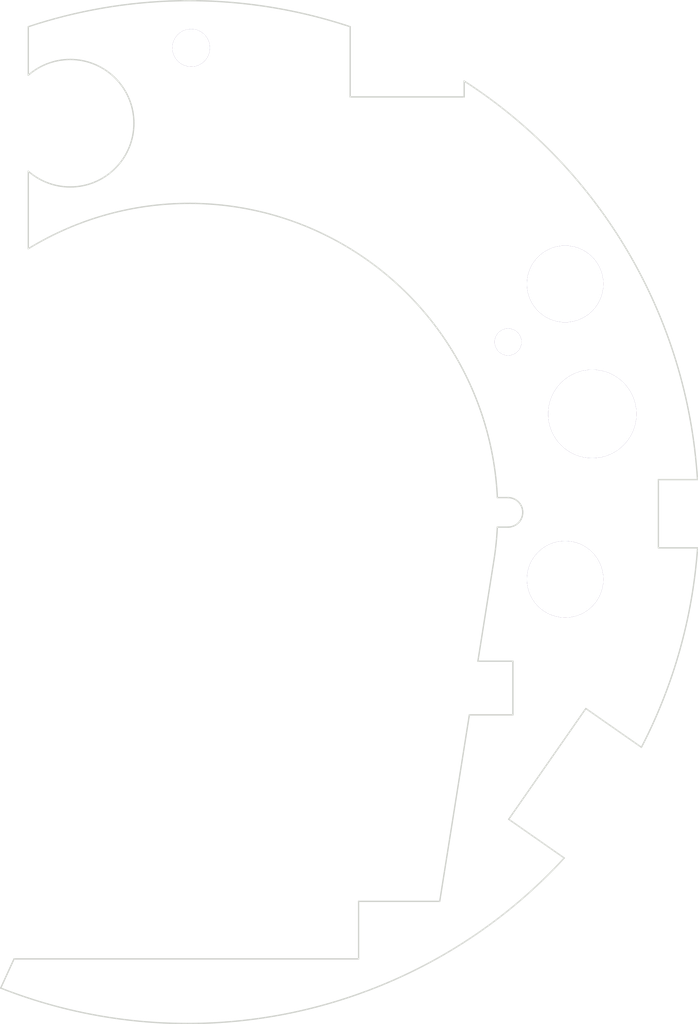
<source format=kicad_pcb>
(kicad_pcb (version 20171130) (host pcbnew "(5.1.9)-1")

  (general
    (thickness 1.6)
    (drawings 0)
    (tracks 0)
    (zones 0)
    (modules 1)
    (nets 1)
  )

  (page A4)
  (layers
    (0 F.Cu signal)
    (31 B.Cu signal)
    (32 B.Adhes user)
    (33 F.Adhes user)
    (34 B.Paste user)
    (35 F.Paste user)
    (36 B.SilkS user)
    (37 F.SilkS user)
    (38 B.Mask user)
    (39 F.Mask user)
    (40 Dwgs.User user)
    (41 Cmts.User user)
    (42 Eco1.User user)
    (43 Eco2.User user)
    (44 Edge.Cuts user)
    (45 Margin user)
    (46 B.CrtYd user)
    (47 F.CrtYd user)
    (48 B.Fab user)
    (49 F.Fab user)
  )

  (setup
    (last_trace_width 0.25)
    (trace_clearance 0.2)
    (zone_clearance 0.508)
    (zone_45_only no)
    (trace_min 0.2)
    (via_size 0.8)
    (via_drill 0.4)
    (via_min_size 0.4)
    (via_min_drill 0.3)
    (uvia_size 0.3)
    (uvia_drill 0.1)
    (uvias_allowed no)
    (uvia_min_size 0.2)
    (uvia_min_drill 0.1)
    (edge_width 0.05)
    (segment_width 0.2)
    (pcb_text_width 0.3)
    (pcb_text_size 1.5 1.5)
    (mod_edge_width 0.12)
    (mod_text_size 1 1)
    (mod_text_width 0.15)
    (pad_size 1.524 1.524)
    (pad_drill 0.762)
    (pad_to_mask_clearance 0)
    (aux_axis_origin 0 0)
    (visible_elements 7FFFFFFF)
    (pcbplotparams
      (layerselection 0x010fc_ffffffff)
      (usegerberextensions true)
      (usegerberattributes false)
      (usegerberadvancedattributes false)
      (creategerberjobfile false)
      (excludeedgelayer true)
      (linewidth 0.100000)
      (plotframeref false)
      (viasonmask false)
      (mode 1)
      (useauxorigin false)
      (hpglpennumber 1)
      (hpglpenspeed 20)
      (hpglpendiameter 15.000000)
      (psnegative false)
      (psa4output false)
      (plotreference true)
      (plotvalue true)
      (plotinvisibletext false)
      (padsonsilk false)
      (subtractmaskfromsilk false)
      (outputformat 1)
      (mirror false)
      (drillshape 0)
      (scaleselection 1)
      (outputdirectory ""))
  )

  (net 0 "")

  (net_class Default "This is the default net class."
    (clearance 0.2)
    (trace_width 0.25)
    (via_dia 0.8)
    (via_drill 0.4)
    (uvia_dia 0.3)
    (uvia_drill 0.1)
  )

  (module BoardShackle3 (layer F.Cu) (tedit 0) (tstamp 61523AFA)
    (at 0 0)
    (fp_text reference Ref** (at 0 0) (layer F.SilkS) hide
      (effects (font (size 1.27 1.27) (thickness 0.15)))
    )
    (fp_text value Val** (at 0 0) (layer F.SilkS) hide
      (effects (font (size 1.27 1.27) (thickness 0.15)))
    )
    (fp_poly (pts (xy 8.640604 -12.663006) (xy 8.808938 -12.645948) (xy 8.941963 -12.618221) (xy 9.177004 -12.531247)
      (xy 9.387422 -12.410108) (xy 9.572756 -12.2554) (xy 9.732544 -12.067721) (xy 9.866325 -11.847666)
      (xy 9.973638 -11.595831) (xy 10.054021 -11.312813) (xy 10.087743 -11.136968) (xy 10.105047 -10.990624)
      (xy 10.115793 -10.814796) (xy 10.120006 -10.621819) (xy 10.117709 -10.424028) (xy 10.108926 -10.233756)
      (xy 10.093681 -10.06334) (xy 10.085551 -10.001959) (xy 10.026276 -9.708595) (xy 9.940665 -9.447003)
      (xy 9.829302 -9.21775) (xy 9.692773 -9.021409) (xy 9.531663 -8.858548) (xy 9.346558 -8.729736)
      (xy 9.138043 -8.635545) (xy 8.906702 -8.576543) (xy 8.653123 -8.553301) (xy 8.597096 -8.553016)
      (xy 8.492662 -8.557334) (xy 8.385628 -8.567187) (xy 8.296922 -8.580572) (xy 8.28675 -8.582704)
      (xy 8.047574 -8.655803) (xy 7.831278 -8.764141) (xy 7.638517 -8.906929) (xy 7.469946 -9.083377)
      (xy 7.326217 -9.292696) (xy 7.207986 -9.534095) (xy 7.115906 -9.806786) (xy 7.058092 -10.065948)
      (xy 7.041345 -10.193364) (xy 7.029477 -10.350881) (xy 7.02261 -10.526536) (xy 7.021384 -10.654683)
      (xy 7.602782 -10.654683) (xy 7.60567 -10.488083) (xy 7.621816 -10.225889) (xy 7.652119 -9.998521)
      (xy 7.698182 -9.800381) (xy 7.761608 -9.625868) (xy 7.843997 -9.469381) (xy 7.933438 -9.342162)
      (xy 8.060574 -9.213972) (xy 8.210118 -9.119793) (xy 8.377472 -9.06104) (xy 8.558038 -9.039124)
      (xy 8.747218 -9.055456) (xy 8.816552 -9.070972) (xy 8.982664 -9.135341) (xy 9.128065 -9.23609)
      (xy 9.252402 -9.372486) (xy 9.355325 -9.54379) (xy 9.436479 -9.749269) (xy 9.495513 -9.988185)
      (xy 9.532075 -10.259804) (xy 9.545812 -10.56339) (xy 9.545917 -10.593917) (xy 9.53416 -10.888952)
      (xy 9.499445 -11.158837) (xy 9.442605 -11.401511) (xy 9.364473 -11.614915) (xy 9.265881 -11.79699)
      (xy 9.147662 -11.945676) (xy 9.010651 -12.058913) (xy 8.936357 -12.101106) (xy 8.881392 -12.126548)
      (xy 8.832572 -12.143444) (xy 8.77894 -12.153522) (xy 8.709542 -12.158513) (xy 8.613422 -12.160148)
      (xy 8.561917 -12.16025) (xy 8.451863 -12.159587) (xy 8.37323 -12.156401) (xy 8.31511 -12.148901)
      (xy 8.266598 -12.135294) (xy 8.216785 -12.113787) (xy 8.185877 -12.098445) (xy 8.031517 -11.996737)
      (xy 7.900773 -11.859985) (xy 7.793688 -11.688306) (xy 7.710304 -11.481819) (xy 7.650663 -11.240641)
      (xy 7.614808 -10.964889) (xy 7.602782 -10.654683) (xy 7.021384 -10.654683) (xy 7.020869 -10.708365)
      (xy 7.024377 -10.884404) (xy 7.033257 -11.042689) (xy 7.046737 -11.165417) (xy 7.107572 -11.469835)
      (xy 7.193176 -11.73998) (xy 7.303644 -11.975979) (xy 7.439072 -12.177957) (xy 7.599554 -12.34604)
      (xy 7.785185 -12.480355) (xy 7.996061 -12.581028) (xy 8.149167 -12.629118) (xy 8.294672 -12.654812)
      (xy 8.463833 -12.666034) (xy 8.640604 -12.663006)) (layer B.Mask) (width 0.01))
    (fp_poly (pts (xy 19.083282 -12.655109) (xy 19.21325 -12.635713) (xy 19.2405 -12.62924) (xy 19.478879 -12.546393)
      (xy 19.693013 -12.429247) (xy 19.882329 -12.278599) (xy 20.04625 -12.095249) (xy 20.184202 -11.879994)
      (xy 20.295608 -11.633634) (xy 20.379895 -11.356967) (xy 20.436487 -11.050792) (xy 20.448039 -10.952715)
      (xy 20.464204 -10.688681) (xy 20.460783 -10.414009) (xy 20.438844 -10.140154) (xy 20.399456 -9.878571)
      (xy 20.343687 -9.640717) (xy 20.317886 -9.557332) (xy 20.21779 -9.313757) (xy 20.091486 -9.102219)
      (xy 19.939736 -8.923514) (xy 19.7633 -8.778445) (xy 19.56294 -8.667809) (xy 19.420417 -8.614795)
      (xy 19.314922 -8.590744) (xy 19.181238 -8.572714) (xy 19.033178 -8.561447) (xy 18.884556 -8.557686)
      (xy 18.749185 -8.562173) (xy 18.652171 -8.573501) (xy 18.454191 -8.627308) (xy 18.25604 -8.714715)
      (xy 18.070132 -8.828901) (xy 17.90888 -8.963048) (xy 17.869792 -9.003308) (xy 17.723902 -9.190445)
      (xy 17.599221 -9.410607) (xy 17.497726 -9.659108) (xy 17.421391 -9.93126) (xy 17.379225 -10.166823)
      (xy 17.370971 -10.249916) (xy 17.364091 -10.362108) (xy 17.360171 -10.464625) (xy 17.933601 -10.464625)
      (xy 17.956504 -10.186898) (xy 18.002763 -9.934065) (xy 18.071499 -9.708179) (xy 18.161831 -9.511292)
      (xy 18.27288 -9.345457) (xy 18.403766 -9.212725) (xy 18.55361 -9.115148) (xy 18.661041 -9.071456)
      (xy 18.780291 -9.047819) (xy 18.920565 -9.042315) (xy 19.065173 -9.053951) (xy 19.197426 -9.081732)
      (xy 19.268127 -9.10764) (xy 19.423638 -9.201048) (xy 19.556047 -9.328473) (xy 19.665483 -9.490228)
      (xy 19.752074 -9.686624) (xy 19.815949 -9.917974) (xy 19.857234 -10.184589) (xy 19.876059 -10.486781)
      (xy 19.87736 -10.590799) (xy 19.86591 -10.90352) (xy 19.830695 -11.183843) (xy 19.771948 -11.431198)
      (xy 19.689901 -11.645012) (xy 19.584787 -11.824713) (xy 19.456839 -11.969732) (xy 19.306287 -12.079495)
      (xy 19.262372 -12.102729) (xy 19.207193 -12.128037) (xy 19.157349 -12.144634) (xy 19.101499 -12.154326)
      (xy 19.0283 -12.15892) (xy 18.926411 -12.160225) (xy 18.901388 -12.16025) (xy 18.794189 -12.159587)
      (xy 18.717484 -12.156173) (xy 18.659436 -12.147871) (xy 18.608212 -12.132542) (xy 18.551974 -12.108049)
      (xy 18.516211 -12.090681) (xy 18.368071 -11.994255) (xy 18.241218 -11.861501) (xy 18.135806 -11.692772)
      (xy 18.05199 -11.48842) (xy 17.989925 -11.2488) (xy 17.949766 -10.974264) (xy 17.934933 -10.765195)
      (xy 17.933601 -10.464625) (xy 17.360171 -10.464625) (xy 17.359194 -10.490175) (xy 17.35689 -10.620891)
      (xy 17.356791 -10.653657) (xy 17.370378 -10.998014) (xy 17.410684 -11.311673) (xy 17.477446 -11.594178)
      (xy 17.570402 -11.84507) (xy 17.689288 -12.063893) (xy 17.833843 -12.250188) (xy 18.003803 -12.403499)
      (xy 18.198905 -12.523367) (xy 18.418888 -12.609335) (xy 18.491209 -12.628816) (xy 18.62 -12.650954)
      (xy 18.771629 -12.662721) (xy 18.931065 -12.664109) (xy 19.083282 -12.655109)) (layer B.Mask) (width 0.01))
    (fp_poly (pts (xy 4.736581 -11.763375) (xy 4.805874 -11.577081) (xy 4.872214 -11.397887) (xy 4.933762 -11.230823)
      (xy 4.988678 -11.080917) (xy 5.035123 -10.953198) (xy 5.071256 -10.852695) (xy 5.09524 -10.784438)
      (xy 5.101798 -10.764907) (xy 5.149371 -10.618397) (xy 5.299894 -11.052357) (xy 5.350461 -11.197514)
      (xy 5.41117 -11.370773) (xy 5.477884 -11.560389) (xy 5.546464 -11.754611) (xy 5.612772 -11.941691)
      (xy 5.6515 -12.05055) (xy 5.852583 -12.614782) (xy 6.185958 -12.615058) (xy 6.519333 -12.615333)
      (xy 6.519625 -12.525375) (xy 6.520697 -12.491229) (xy 6.523726 -12.417976) (xy 6.52856 -12.308789)
      (xy 6.535051 -12.166842) (xy 6.543048 -11.995309) (xy 6.552402 -11.797362) (xy 6.562962 -11.576176)
      (xy 6.574579 -11.334924) (xy 6.587102 -11.07678) (xy 6.600382 -10.804918) (xy 6.613803 -10.531953)
      (xy 6.627495 -10.251816) (xy 6.640351 -9.983725) (xy 6.652243 -9.730699) (xy 6.663038 -9.495757)
      (xy 6.672608 -9.281919) (xy 6.68082 -9.092202) (xy 6.687544 -8.929627) (xy 6.69265 -8.797212)
      (xy 6.696007 -8.697976) (xy 6.697484 -8.634939) (xy 6.696951 -8.611119) (xy 6.696929 -8.611078)
      (xy 6.672193 -8.603541) (xy 6.615638 -8.5982) (xy 6.53772 -8.595038) (xy 6.448894 -8.594034)
      (xy 6.359616 -8.59517) (xy 6.280343 -8.598429) (xy 6.22153 -8.60379) (xy 6.193633 -8.611237)
      (xy 6.193017 -8.611975) (xy 6.190355 -8.635961) (xy 6.186751 -8.698417) (xy 6.182344 -8.795493)
      (xy 6.177276 -8.92334) (xy 6.171688 -9.078108) (xy 6.165719 -9.255947) (xy 6.15951 -9.453009)
      (xy 6.153203 -9.665443) (xy 6.148734 -9.823767) (xy 6.142075 -10.063631) (xy 6.135285 -10.305944)
      (xy 6.12854 -10.544593) (xy 6.122015 -10.773464) (xy 6.115886 -10.986446) (xy 6.110327 -11.177424)
      (xy 6.105514 -11.340285) (xy 6.101623 -11.468917) (xy 6.100592 -11.502144) (xy 6.085417 -11.987037)
      (xy 6.004501 -11.71381) (xy 5.978139 -11.629856) (xy 5.939225 -11.512845) (xy 5.890058 -11.369364)
      (xy 5.83294 -11.205998) (xy 5.770171 -11.029332) (xy 5.704052 -10.845954) (xy 5.642834 -10.678583)
      (xy 5.362082 -9.916583) (xy 5.169933 -9.910521) (xy 4.977785 -9.904459) (xy 4.931535 -10.026938)
      (xy 4.865868 -10.201543) (xy 4.79545 -10.390032) (xy 4.722394 -10.586645) (xy 4.648814 -10.78562)
      (xy 4.576825 -10.981198) (xy 4.50854 -11.167616) (xy 4.446073 -11.339115) (xy 4.391539 -11.489933)
      (xy 4.34705 -11.61431) (xy 4.314721 -11.706486) (xy 4.307935 -11.726333) (xy 4.218274 -11.990917)
      (xy 4.205247 -11.885083) (xy 4.202508 -11.846806) (xy 4.198736 -11.769836) (xy 4.194058 -11.657797)
      (xy 4.1886 -11.514313) (xy 4.18249 -11.343009) (xy 4.175853 -11.14751) (xy 4.168816 -10.931439)
      (xy 4.161505 -10.698421) (xy 4.154046 -10.45208) (xy 4.147661 -10.234083) (xy 4.140258 -9.981081)
      (xy 4.132986 -9.739685) (xy 4.125962 -9.513351) (xy 4.119304 -9.305528) (xy 4.113128 -9.119671)
      (xy 4.107551 -8.959231) (xy 4.10269 -8.82766) (xy 4.098663 -8.728412) (xy 4.095584 -8.664939)
      (xy 4.093731 -8.641292) (xy 4.088088 -8.621534) (xy 4.075578 -8.608167) (xy 4.049035 -8.599945)
      (xy 4.001294 -8.595619) (xy 3.925188 -8.593943) (xy 3.82018 -8.593667) (xy 3.556 -8.593667)
      (xy 3.556 -8.671255) (xy 3.557018 -8.708648) (xy 3.55995 -8.784485) (xy 3.564613 -8.894927)
      (xy 3.570823 -9.036138) (xy 3.578395 -9.20428) (xy 3.587147 -9.395514) (xy 3.596894 -9.606004)
      (xy 3.607454 -9.831911) (xy 3.618641 -10.069397) (xy 3.630273 -10.314627) (xy 3.642166 -10.56376)
      (xy 3.654136 -10.81296) (xy 3.665999 -11.05839) (xy 3.677572 -11.29621) (xy 3.688671 -11.522585)
      (xy 3.699112 -11.733675) (xy 3.708712 -11.925644) (xy 3.717287 -12.094654) (xy 3.724653 -12.236866)
      (xy 3.730626 -12.348444) (xy 3.735024 -12.425549) (xy 3.737447 -12.461875) (xy 3.750112 -12.615333)
      (xy 4.418937 -12.615333) (xy 4.736581 -11.763375)) (layer B.Mask) (width 0.01))
    (fp_poly (pts (xy 13.472583 -12.139083) (xy 12.88533 -12.133457) (xy 12.298076 -12.127831) (xy 12.292663 -10.366041)
      (xy 12.28725 -8.60425) (xy 11.7475 -8.592402) (xy 11.7475 -12.1285) (xy 10.562167 -12.1285)
      (xy 10.562167 -12.615333) (xy 13.484553 -12.615333) (xy 13.472583 -12.139083)) (layer B.Mask) (width 0.01))
    (fp_poly (pts (xy 16.92275 -12.139083) (xy 16.335496 -12.133457) (xy 15.748243 -12.127831) (xy 15.74283 -10.366041)
      (xy 15.737417 -8.60425) (xy 15.471671 -8.598357) (xy 15.369541 -8.597227) (xy 15.283149 -8.59841)
      (xy 15.221087 -8.601635) (xy 15.191944 -8.606632) (xy 15.191213 -8.607176) (xy 15.188958 -8.630116)
      (xy 15.18681 -8.69224) (xy 15.184792 -8.7904) (xy 15.182933 -8.921447) (xy 15.181257 -9.082231)
      (xy 15.179792 -9.269604) (xy 15.178563 -9.480417) (xy 15.177596 -9.711521) (xy 15.176918 -9.959768)
      (xy 15.176556 -10.222008) (xy 15.1765 -10.37486) (xy 15.1765 -12.127831) (xy 14.00175 -12.139083)
      (xy 13.98978 -12.615333) (xy 16.93472 -12.615333) (xy 16.92275 -12.139083)) (layer B.Mask) (width 0.01))
    (fp_poly (pts (xy 23.595649 -10.611748) (xy 23.59025 -8.60425) (xy 23.08225 -8.601889) (xy 22.922962 -8.601938)
      (xy 22.762456 -8.6034) (xy 22.61064 -8.606083) (xy 22.477425 -8.609794) (xy 22.372719 -8.614339)
      (xy 22.341417 -8.61632) (xy 22.069253 -8.650991) (xy 21.822679 -8.713173) (xy 21.603505 -8.801645)
      (xy 21.413541 -8.915183) (xy 21.254594 -9.052566) (xy 21.128476 -9.212571) (xy 21.036995 -9.393975)
      (xy 20.99643 -9.525) (xy 20.975963 -9.654883) (xy 20.970808 -9.779) (xy 21.561889 -9.779)
      (xy 21.576132 -9.602397) (xy 21.62064 -9.454372) (xy 21.696503 -9.332833) (xy 21.80481 -9.235684)
      (xy 21.862957 -9.200162) (xy 21.941671 -9.162173) (xy 22.025401 -9.132936) (xy 22.120927 -9.111424)
      (xy 22.235033 -9.096614) (xy 22.3745 -9.087478) (xy 22.546111 -9.082991) (xy 22.643042 -9.082183)
      (xy 23.0505 -9.0805) (xy 23.0505 -10.435167) (xy 22.662302 -10.435167) (xy 22.458478 -10.431941)
      (xy 22.28991 -10.421504) (xy 22.149961 -10.402719) (xy 22.031991 -10.374449) (xy 21.929364 -10.335557)
      (xy 21.855383 -10.296933) (xy 21.727909 -10.203526) (xy 21.638011 -10.093047) (xy 21.583538 -9.961695)
      (xy 21.562336 -9.805673) (xy 21.561889 -9.779) (xy 20.970808 -9.779) (xy 20.969884 -9.801245)
      (xy 20.977848 -9.9468) (xy 20.999512 -10.074264) (xy 21.007962 -10.104281) (xy 21.081529 -10.26972)
      (xy 21.19056 -10.418999) (xy 21.329511 -10.546456) (xy 21.492837 -10.64643) (xy 21.57285 -10.680959)
      (xy 21.727596 -10.739634) (xy 21.587585 -10.809679) (xy 21.431613 -10.910353) (xy 21.303714 -11.040008)
      (xy 21.205981 -11.194202) (xy 21.140505 -11.368494) (xy 21.109378 -11.55844) (xy 21.110712 -11.608922)
      (xy 21.699916 -11.608922) (xy 21.704494 -11.436662) (xy 21.739065 -11.292659) (xy 21.805361 -11.173653)
      (xy 21.905113 -11.076383) (xy 22.019378 -11.007432) (xy 22.097798 -10.972969) (xy 22.179334 -10.946853)
      (xy 22.271495 -10.927982) (xy 22.381789 -10.915252) (xy 22.517725 -10.907563) (xy 22.686811 -10.90381)
      (xy 22.727708 -10.903415) (xy 23.0505 -10.900833) (xy 23.0505 -12.154998) (xy 22.621875 -12.14416)
      (xy 22.443353 -12.138346) (xy 22.300658 -12.130078) (xy 22.187299 -12.118047) (xy 22.096786 -12.100947)
      (xy 22.022627 -12.077471) (xy 21.958332 -12.046311) (xy 21.89741 -12.006161) (xy 21.882981 -11.995356)
      (xy 21.803017 -11.92459) (xy 21.749836 -11.849792) (xy 21.717977 -11.759437) (xy 21.701979 -11.641999)
      (xy 21.699916 -11.608922) (xy 21.110712 -11.608922) (xy 21.114694 -11.7596) (xy 21.120423 -11.801484)
      (xy 21.167056 -11.989723) (xy 21.245055 -12.151857) (xy 21.35565 -12.289145) (xy 21.500068 -12.402844)
      (xy 21.679538 -12.494214) (xy 21.854583 -12.5536) (xy 21.901011 -12.565962) (xy 21.946442 -12.576069)
      (xy 21.995819 -12.584213) (xy 22.054089 -12.590684) (xy 22.126195 -12.595775) (xy 22.217082 -12.599778)
      (xy 22.331696 -12.602984) (xy 22.474981 -12.605684) (xy 22.651881 -12.608172) (xy 22.812483 -12.610106)
      (xy 23.601049 -12.619247) (xy 23.595649 -10.611748)) (layer B.Mask) (width 0.01))
    (fp_poly (pts (xy 18.089167 -5.783792) (xy 18.347832 -5.366961) (xy 18.63306 -4.982999) (xy 18.945172 -4.631559)
      (xy 19.284487 -4.312295) (xy 19.651322 -4.02486) (xy 19.803929 -3.919981) (xy 19.898565 -3.857969)
      (xy 19.990871 -3.798545) (xy 20.069297 -3.749089) (xy 20.116137 -3.720563) (xy 20.214167 -3.662876)
      (xy 20.214167 -2.921521) (xy 20.21373 -2.749144) (xy 20.21249 -2.590972) (xy 20.210549 -2.451792)
      (xy 20.208009 -2.336391) (xy 20.204972 -2.249554) (xy 20.201542 -2.196069) (xy 20.198292 -2.18039)
      (xy 20.175177 -2.189523) (xy 20.120533 -2.214778) (xy 20.0406 -2.253159) (xy 19.941619 -2.301669)
      (xy 19.833167 -2.355643) (xy 19.472356 -2.547452) (xy 19.140904 -2.747804) (xy 18.825837 -2.96513)
      (xy 18.514182 -3.207862) (xy 18.485756 -3.231326) (xy 18.369089 -3.332919) (xy 18.234493 -3.458097)
      (xy 18.090083 -3.598631) (xy 17.943973 -3.746292) (xy 17.804279 -3.892849) (xy 17.679116 -4.030072)
      (xy 17.576599 -4.149733) (xy 17.560327 -4.169833) (xy 17.44021 -4.327611) (xy 17.310861 -4.510803)
      (xy 17.179936 -4.707619) (xy 17.055094 -4.906268) (xy 16.943991 -5.09496) (xy 16.865799 -5.239251)
      (xy 16.814388 -5.341356) (xy 16.760769 -5.451345) (xy 16.752484 -5.468804) (xy 17.187333 -5.468804)
      (xy 17.198615 -5.436974) (xy 17.230032 -5.375978) (xy 17.277941 -5.291675) (xy 17.338696 -5.189923)
      (xy 17.408656 -5.07658) (xy 17.484174 -4.957504) (xy 17.561609 -4.838553) (xy 17.637315 -4.725586)
      (xy 17.70765 -4.624462) (xy 17.742254 -4.576652) (xy 17.954595 -4.309642) (xy 18.199013 -4.039219)
      (xy 18.466931 -3.773771) (xy 18.749769 -3.521687) (xy 19.038952 -3.291355) (xy 19.110217 -3.238889)
      (xy 19.177178 -3.192278) (xy 19.262342 -3.135732) (xy 19.358902 -3.073461) (xy 19.46005 -3.009675)
      (xy 19.558978 -2.948583) (xy 19.64888 -2.894395) (xy 19.722947 -2.851321) (xy 19.774372 -2.82357)
      (xy 19.795436 -2.815167) (xy 19.801228 -2.835106) (xy 19.806136 -2.890023) (xy 19.809774 -2.972563)
      (xy 19.811753 -3.075372) (xy 19.812 -3.129439) (xy 19.812 -3.44371) (xy 19.595042 -3.587991)
      (xy 19.265579 -3.825275) (xy 18.949137 -4.088897) (xy 18.651352 -4.373036) (xy 18.377862 -4.671872)
      (xy 18.134305 -4.979586) (xy 17.926318 -5.290358) (xy 17.894873 -5.343125) (xy 17.813537 -5.482167)
      (xy 17.500435 -5.482167) (xy 17.390762 -5.481316) (xy 17.297863 -5.478973) (xy 17.229106 -5.475452)
      (xy 17.191859 -5.471067) (xy 17.187333 -5.468804) (xy 16.752484 -5.468804) (xy 16.708237 -5.562045)
      (xy 16.660086 -5.666283) (xy 16.619611 -5.756888) (xy 16.590106 -5.826685) (xy 16.574866 -5.868503)
      (xy 16.5735 -5.875626) (xy 16.593862 -5.877667) (xy 16.651729 -5.879537) (xy 16.742275 -5.881181)
      (xy 16.860672 -5.882539) (xy 17.002091 -5.883554) (xy 17.161706 -5.884169) (xy 17.302858 -5.884333)
      (xy 18.032215 -5.884333) (xy 18.089167 -5.783792)) (layer F.Mask) (width 0.01))
    (fp_poly (pts (xy 24.181616 -5.836708) (xy 24.158697 -5.774987) (xy 24.120288 -5.684762) (xy 24.070613 -5.574989)
      (xy 24.013898 -5.454627) (xy 23.954369 -5.332632) (xy 23.896251 -5.217962) (xy 23.84377 -5.119574)
      (xy 23.840676 -5.113993) (xy 23.563434 -4.658412) (xy 23.253544 -4.229355) (xy 22.912244 -3.82798)
      (xy 22.540778 -3.455444) (xy 22.140384 -3.112903) (xy 21.712305 -2.801514) (xy 21.25778 -2.522433)
      (xy 20.815839 -2.294504) (xy 20.723458 -2.251292) (xy 20.645609 -2.215561) (xy 20.589887 -2.19075)
      (xy 20.563891 -2.180294) (xy 20.563135 -2.180167) (xy 20.560006 -2.200278) (xy 20.557259 -2.256388)
      (xy 20.555048 -2.342164) (xy 20.553528 -2.451272) (xy 20.552853 -2.577379) (xy 20.552833 -2.603903)
      (xy 20.552833 -3.02764) (xy 20.611042 -3.011362) (xy 20.671955 -3.00046) (xy 20.744546 -2.995176)
      (xy 20.753917 -2.995083) (xy 20.825697 -2.9993) (xy 20.890094 -3.009624) (xy 20.896792 -3.011362)
      (xy 20.930926 -3.019051) (xy 20.948148 -3.011103) (xy 20.954243 -2.97835) (xy 20.955 -2.919139)
      (xy 20.955122 -2.872267) (xy 20.959054 -2.841282) (xy 20.972141 -2.827049) (xy 20.999729 -2.830433)
      (xy 21.047162 -2.8523) (xy 21.119788 -2.893515) (xy 21.222952 -2.954944) (xy 21.240354 -2.965337)
      (xy 21.55442 -3.165725) (xy 21.8499 -3.382149) (xy 22.136241 -3.622147) (xy 22.422891 -3.893254)
      (xy 22.496564 -3.967649) (xy 22.696974 -4.179433) (xy 22.871761 -4.380313) (xy 23.030789 -4.582467)
      (xy 23.183919 -4.798072) (xy 23.251804 -4.900083) (xy 23.316514 -5.001219) (xy 23.381824 -5.107096)
      (xy 23.443798 -5.210893) (xy 23.4985 -5.305791) (xy 23.541994 -5.384971) (xy 23.570343 -5.441614)
      (xy 23.579667 -5.468098) (xy 23.55972 -5.472994) (xy 23.504759 -5.477149) (xy 23.422099 -5.480239)
      (xy 23.319057 -5.481939) (xy 23.262167 -5.482167) (xy 23.151677 -5.481074) (xy 23.05791 -5.478061)
      (xy 22.988182 -5.473531) (xy 22.949809 -5.467883) (xy 22.944667 -5.464764) (xy 22.932647 -5.435528)
      (xy 22.899385 -5.378521) (xy 22.849076 -5.299811) (xy 22.785914 -5.205466) (xy 22.714096 -5.101553)
      (xy 22.637817 -4.99414) (xy 22.561271 -4.889294) (xy 22.488654 -4.793084) (xy 22.424162 -4.711576)
      (xy 22.422529 -4.709583) (xy 22.287639 -4.554089) (xy 22.132102 -4.389914) (xy 21.962649 -4.223108)
      (xy 21.786011 -4.05972) (xy 21.608921 -3.905798) (xy 21.438109 -3.767393) (xy 21.280309 -3.650552)
      (xy 21.149247 -3.56543) (xy 21.089275 -3.511261) (xy 21.058241 -3.440539) (xy 21.017323 -3.354203)
      (xy 20.949872 -3.277576) (xy 20.868446 -3.222818) (xy 20.814763 -3.204856) (xy 20.704289 -3.204569)
      (xy 20.600614 -3.242375) (xy 20.514671 -3.314234) (xy 20.512931 -3.316326) (xy 20.45216 -3.415176)
      (xy 20.433222 -3.515609) (xy 20.455672 -3.621299) (xy 20.471498 -3.656779) (xy 20.53825 -3.752588)
      (xy 20.625386 -3.811456) (xy 20.734377 -3.834314) (xy 20.752392 -3.834695) (xy 20.806353 -3.838842)
      (xy 20.858019 -3.854624) (xy 20.919108 -3.887053) (xy 21.001341 -3.941141) (xy 21.001416 -3.941193)
      (xy 21.378951 -4.225394) (xy 21.729065 -4.538474) (xy 22.049038 -4.877474) (xy 22.336148 -5.239435)
      (xy 22.587674 -5.621397) (xy 22.656911 -5.741458) (xy 22.736643 -5.884333) (xy 24.196353 -5.884333)
      (xy 24.181616 -5.836708)) (layer F.Mask) (width 0.01))
    (fp_poly (pts (xy 20.978594 -8.0747) (xy 21.452709 -8.014763) (xy 21.915216 -7.920109) (xy 21.937203 -7.914644)
      (xy 22.069087 -7.879843) (xy 22.204304 -7.841088) (xy 22.336453 -7.800542) (xy 22.459133 -7.760368)
      (xy 22.565943 -7.72273) (xy 22.650482 -7.689791) (xy 22.706348 -7.663713) (xy 22.726861 -7.647799)
      (xy 22.728083 -7.609315) (xy 22.717882 -7.53714) (xy 22.697845 -7.437867) (xy 22.669553 -7.318091)
      (xy 22.634592 -7.184408) (xy 22.594545 -7.04341) (xy 22.550996 -6.901693) (xy 22.538099 -6.861894)
      (xy 22.380946 -6.448663) (xy 22.187083 -6.052555) (xy 21.958752 -5.676751) (xy 21.698193 -5.324431)
      (xy 21.407646 -4.998775) (xy 21.089351 -4.702965) (xy 20.92325 -4.569352) (xy 20.858228 -4.521293)
      (xy 20.777888 -4.464476) (xy 20.689565 -4.403775) (xy 20.600592 -4.344066) (xy 20.518305 -4.290223)
      (xy 20.450038 -4.247121) (xy 20.403124 -4.219635) (xy 20.385864 -4.212167) (xy 20.36342 -4.222994)
      (xy 20.313292 -4.252373) (xy 20.243202 -4.295651) (xy 20.171222 -4.341488) (xy 19.8085 -4.600312)
      (xy 19.474129 -4.889825) (xy 19.1695 -5.208075) (xy 18.896001 -5.553114) (xy 18.655024 -5.92299)
      (xy 18.447959 -6.315754) (xy 18.276196 -6.729455) (xy 18.141126 -7.162144) (xy 18.130698 -7.202448)
      (xy 18.800626 -7.202448) (xy 18.816396 -7.144624) (xy 18.846556 -7.066079) (xy 18.887584 -6.974703)
      (xy 18.935957 -6.878389) (xy 18.988155 -6.785029) (xy 19.03564 -6.709833) (xy 19.102156 -6.622909)
      (xy 19.190943 -6.521928) (xy 19.290675 -6.418588) (xy 19.390027 -6.324589) (xy 19.477672 -6.251628)
      (xy 19.48328 -6.247461) (xy 19.534603 -6.213709) (xy 19.615918 -6.165044) (xy 19.719538 -6.105846)
      (xy 19.837775 -6.040496) (xy 19.962941 -5.973375) (xy 19.980697 -5.964024) (xy 20.095676 -5.903028)
      (xy 20.195051 -5.84917) (xy 20.273763 -5.805289) (xy 20.32675 -5.774225) (xy 20.348952 -5.758817)
      (xy 20.348556 -5.757649) (xy 20.321302 -5.761465) (xy 20.259028 -5.77231) (xy 20.168238 -5.788982)
      (xy 20.055438 -5.810282) (xy 19.927134 -5.835007) (xy 19.885734 -5.843081) (xy 19.755063 -5.868038)
      (xy 19.638862 -5.889094) (xy 19.543375 -5.90521) (xy 19.47485 -5.915349) (xy 19.439532 -5.918471)
      (xy 19.436241 -5.917797) (xy 19.442963 -5.896381) (xy 19.473951 -5.850103) (xy 19.52434 -5.784812)
      (xy 19.589262 -5.70636) (xy 19.663849 -5.620598) (xy 19.743235 -5.533376) (xy 19.822553 -5.450544)
      (xy 19.837191 -5.435809) (xy 19.900438 -5.37506) (xy 19.977917 -5.304403) (xy 20.063218 -5.229243)
      (xy 20.149934 -5.154981) (xy 20.231654 -5.087022) (xy 20.301969 -5.030769) (xy 20.35447 -4.991624)
      (xy 20.382749 -4.974991) (xy 20.384065 -4.97477) (xy 20.404223 -4.986828) (xy 20.450159 -5.019939)
      (xy 20.514583 -5.06872) (xy 20.574565 -5.115433) (xy 20.704532 -5.224442) (xy 20.841993 -5.351362)
      (xy 20.980171 -5.488949) (xy 21.112288 -5.629957) (xy 21.231566 -5.76714) (xy 21.331228 -5.893252)
      (xy 21.404496 -6.001049) (xy 21.407151 -6.0055) (xy 21.397217 -6.021692) (xy 21.355117 -6.051593)
      (xy 21.279458 -6.095996) (xy 21.168847 -6.155691) (xy 21.021892 -6.231469) (xy 20.911286 -6.287191)
      (xy 20.777092 -6.354883) (xy 20.656826 -6.416607) (xy 20.555255 -6.469831) (xy 20.477141 -6.512023)
      (xy 20.427252 -6.540652) (xy 20.41035 -6.553186) (xy 20.410438 -6.553327) (xy 20.432338 -6.551657)
      (xy 20.489313 -6.543035) (xy 20.574897 -6.528663) (xy 20.682626 -6.509746) (xy 20.806034 -6.487485)
      (xy 20.938655 -6.463084) (xy 21.074025 -6.437746) (xy 21.205678 -6.412673) (xy 21.327148 -6.389069)
      (xy 21.43197 -6.368137) (xy 21.51368 -6.35108) (xy 21.56581 -6.339101) (xy 21.574615 -6.336707)
      (xy 21.593947 -6.338803) (xy 21.616404 -6.359749) (xy 21.645497 -6.404821) (xy 21.684733 -6.479296)
      (xy 21.726634 -6.565376) (xy 21.781048 -6.684756) (xy 21.837233 -6.817104) (xy 21.887425 -6.943709)
      (xy 21.91511 -7.019683) (xy 21.989098 -7.234283) (xy 21.868924 -7.267782) (xy 21.49088 -7.355639)
      (xy 21.089298 -7.416444) (xy 20.673582 -7.449731) (xy 20.25314 -7.455035) (xy 19.837375 -7.431888)
      (xy 19.475077 -7.386365) (xy 19.364597 -7.367068) (xy 19.246126 -7.343998) (xy 19.127501 -7.318958)
      (xy 19.016554 -7.293751) (xy 18.92112 -7.27018) (xy 18.849034 -7.250047) (xy 18.80813 -7.235155)
      (xy 18.802768 -7.231657) (xy 18.800626 -7.202448) (xy 18.130698 -7.202448) (xy 18.13024 -7.204217)
      (xy 18.10253 -7.315585) (xy 18.077588 -7.420122) (xy 18.057947 -7.506923) (xy 18.046139 -7.565084)
      (xy 18.045312 -7.569967) (xy 18.031092 -7.657518) (xy 18.197806 -7.72118) (xy 18.626191 -7.863576)
      (xy 19.075934 -7.972961) (xy 19.54154 -8.04905) (xy 20.017515 -8.091559) (xy 20.498365 -8.100204)
      (xy 20.978594 -8.0747)) (layer F.Mask) (width 0.01))
    (fp_poly (pts (xy 20.627292 -12.822609) (xy 20.792712 -12.806287) (xy 20.85012 -12.797244) (xy 21.168459 -12.719012)
      (xy 21.4728 -12.602324) (xy 21.75971 -12.449716) (xy 22.025755 -12.263725) (xy 22.267503 -12.046886)
      (xy 22.481519 -11.801736) (xy 22.664372 -11.53081) (xy 22.732837 -11.406486) (xy 22.823128 -11.218302)
      (xy 22.894493 -11.037605) (xy 22.948697 -10.856018) (xy 22.987502 -10.665166) (xy 23.01267 -10.456673)
      (xy 23.025966 -10.222166) (xy 23.029248 -9.99831) (xy 23.029333 -9.572036) (xy 23.246292 -9.492656)
      (xy 23.471456 -9.405579) (xy 23.709036 -9.305287) (xy 23.948859 -9.19658) (xy 24.18075 -9.08426)
      (xy 24.394537 -8.973129) (xy 24.580045 -8.867987) (xy 24.61538 -8.846549) (xy 24.728945 -8.776673)
      (xy 24.715888 -8.394128) (xy 24.707114 -8.18172) (xy 24.695614 -7.99702) (xy 24.679949 -7.825421)
      (xy 24.658683 -7.652316) (xy 24.630378 -7.4631) (xy 24.615056 -7.369368) (xy 24.585413 -7.20824)
      (xy 24.547634 -7.028051) (xy 24.504699 -6.841309) (xy 24.459588 -6.660522) (xy 24.415283 -6.498197)
      (xy 24.379719 -6.38175) (xy 24.331083 -6.233583) (xy 23.614334 -6.228007) (xy 23.421271 -6.226609)
      (xy 23.266458 -6.225859) (xy 23.145817 -6.225942) (xy 23.055269 -6.227043) (xy 22.990733 -6.229346)
      (xy 22.948131 -6.233037) (xy 22.923383 -6.238299) (xy 22.912408 -6.245318) (xy 22.911129 -6.254278)
      (xy 22.912937 -6.259757) (xy 23.030745 -6.573749) (xy 23.135973 -6.908772) (xy 23.224146 -7.248733)
      (xy 23.29079 -7.577539) (xy 23.306474 -7.675322) (xy 23.318482 -7.763054) (xy 23.322049 -7.824033)
      (xy 23.315996 -7.873212) (xy 23.299144 -7.925543) (xy 23.283718 -7.963807) (xy 23.250463 -8.076639)
      (xy 23.253507 -8.173908) (xy 23.293852 -8.263422) (xy 23.327769 -8.307077) (xy 23.416849 -8.379908)
      (xy 23.519016 -8.415997) (xy 23.625967 -8.414293) (xy 23.729399 -8.373744) (xy 23.74952 -8.360463)
      (xy 23.821369 -8.285953) (xy 23.864148 -8.192194) (xy 23.877578 -8.089509) (xy 23.86138 -7.98822)
      (xy 23.815275 -7.89865) (xy 23.763404 -7.847211) (xy 23.743176 -7.815536) (xy 23.72208 -7.748565)
      (xy 23.699394 -7.643658) (xy 23.683894 -7.5565) (xy 23.661489 -7.434995) (xy 23.63153 -7.289356)
      (xy 23.597615 -7.136287) (xy 23.563343 -6.992492) (xy 23.556667 -6.965937) (xy 23.528545 -6.854827)
      (xy 23.504514 -6.759039) (xy 23.486338 -6.68567) (xy 23.47578 -6.641817) (xy 23.473833 -6.632562)
      (xy 23.493713 -6.629856) (xy 23.548204 -6.627595) (xy 23.629588 -6.625977) (xy 23.730143 -6.625205)
      (xy 23.758992 -6.625167) (xy 24.044151 -6.625167) (xy 24.076193 -6.736292) (xy 24.145808 -7.007427)
      (xy 24.205508 -7.299338) (xy 24.253241 -7.598521) (xy 24.286954 -7.891472) (xy 24.304594 -8.164684)
      (xy 24.30658 -8.252106) (xy 24.309917 -8.577295) (xy 24.024167 -8.722644) (xy 23.489491 -8.971802)
      (xy 22.945141 -9.180024) (xy 22.389424 -9.347805) (xy 21.820646 -9.475641) (xy 21.237115 -9.564027)
      (xy 21.097875 -9.579106) (xy 20.955 -9.593432) (xy 20.955 -9.040085) (xy 21.023792 -9.029523)
      (xy 21.074621 -9.022615) (xy 21.154369 -9.012776) (xy 21.249862 -9.001606) (xy 21.30425 -8.995482)
      (xy 21.480433 -8.971633) (xy 21.682786 -8.937125) (xy 21.897355 -8.894784) (xy 22.110182 -8.847442)
      (xy 22.307311 -8.797927) (xy 22.384162 -8.776561) (xy 22.470513 -8.750581) (xy 22.574806 -8.71749)
      (xy 22.689763 -8.679793) (xy 22.808109 -8.639994) (xy 22.922566 -8.600598) (xy 23.025858 -8.564109)
      (xy 23.110708 -8.533033) (xy 23.169839 -8.509875) (xy 23.195974 -8.497139) (xy 23.196009 -8.497107)
      (xy 23.188832 -8.478017) (xy 23.161279 -8.439376) (xy 23.148948 -8.424274) (xy 23.106627 -8.35943)
      (xy 23.072902 -8.283491) (xy 23.068662 -8.269921) (xy 23.050072 -8.211537) (xy 23.033637 -8.17133)
      (xy 23.02933 -8.164374) (xy 23.004933 -8.164515) (xy 22.950351 -8.178105) (xy 22.874604 -8.202619)
      (xy 22.81594 -8.224112) (xy 22.430065 -8.355797) (xy 22.017854 -8.467008) (xy 21.591315 -8.555217)
      (xy 21.162453 -8.617893) (xy 20.795297 -8.64977) (xy 20.552247 -8.663652) (xy 20.563417 -9.997222)
      (xy 20.743333 -9.992953) (xy 20.826401 -9.98938) (xy 20.932284 -9.982477) (xy 21.052305 -9.973068)
      (xy 21.177788 -9.961981) (xy 21.300056 -9.950043) (xy 21.410433 -9.93808) (xy 21.500242 -9.926918)
      (xy 21.560808 -9.917384) (xy 21.577352 -9.913504) (xy 21.59428 -9.910454) (xy 21.605125 -9.91822)
      (xy 21.610666 -9.943483) (xy 21.611681 -9.992926) (xy 21.60895 -10.073228) (xy 21.605183 -10.152258)
      (xy 21.585112 -10.367661) (xy 21.545716 -10.552206) (xy 21.483507 -10.714293) (xy 21.394999 -10.862322)
      (xy 21.276705 -11.004694) (xy 21.232579 -11.049848) (xy 21.057742 -11.195299) (xy 20.867921 -11.303172)
      (xy 20.667576 -11.373491) (xy 20.461169 -11.40628) (xy 20.253162 -11.401563) (xy 20.048016 -11.359363)
      (xy 19.850192 -11.279704) (xy 19.664152 -11.16261) (xy 19.525606 -11.040789) (xy 19.405232 -10.905248)
      (xy 19.313018 -10.767335) (xy 19.245567 -10.618635) (xy 19.199485 -10.450735) (xy 19.171377 -10.255219)
      (xy 19.162842 -10.141684) (xy 19.157293 -10.038203) (xy 19.15528 -9.970162) (xy 19.157597 -9.930757)
      (xy 19.165041 -9.913182) (xy 19.178404 -9.910634) (xy 19.189506 -9.91346) (xy 19.235993 -9.922843)
      (xy 19.315829 -9.933913) (xy 19.420108 -9.945852) (xy 19.53992 -9.957847) (xy 19.666356 -9.969083)
      (xy 19.790507 -9.978745) (xy 19.903465 -9.986018) (xy 19.996321 -9.990087) (xy 20.033648 -9.990667)
      (xy 20.214167 -9.990667) (xy 20.214167 -8.66338) (xy 19.965458 -8.648759) (xy 19.469013 -8.600242)
      (xy 18.967326 -8.513667) (xy 18.469157 -8.390928) (xy 17.983266 -8.233916) (xy 17.896587 -8.201706)
      (xy 17.767211 -8.151797) (xy 17.671539 -8.112171) (xy 17.603303 -8.079167) (xy 17.556237 -8.049123)
      (xy 17.524074 -8.018378) (xy 17.500546 -7.983271) (xy 17.490929 -7.964713) (xy 17.446017 -7.899005)
      (xy 17.386808 -7.841764) (xy 17.377833 -7.835365) (xy 17.293811 -7.799993) (xy 17.195777 -7.789942)
      (xy 17.099162 -7.804433) (xy 17.019396 -7.842686) (xy 17.005695 -7.854163) (xy 16.932643 -7.947229)
      (xy 16.895012 -8.052059) (xy 16.894248 -8.160135) (xy 16.931793 -8.262943) (xy 16.935377 -8.26889)
      (xy 16.998348 -8.342995) (xy 17.081986 -8.389632) (xy 17.193217 -8.412011) (xy 17.250833 -8.414966)
      (xy 17.310855 -8.418425) (xy 17.371722 -8.428089) (xy 17.441815 -8.446327) (xy 17.529519 -8.475511)
      (xy 17.643218 -8.518008) (xy 17.7165 -8.546589) (xy 18.228922 -8.727343) (xy 18.742885 -8.866653)
      (xy 19.261681 -8.965374) (xy 19.409833 -8.986062) (xy 19.517899 -9.000053) (xy 19.616739 -9.013013)
      (xy 19.695444 -9.023501) (xy 19.743105 -9.030076) (xy 19.743208 -9.030091) (xy 19.812 -9.040085)
      (xy 19.812 -9.314293) (xy 19.811619 -9.426454) (xy 19.809797 -9.503032) (xy 19.80551 -9.550776)
      (xy 19.797738 -9.576432) (xy 19.785457 -9.58675) (xy 19.770476 -9.5885) (xy 19.711779 -9.584952)
      (xy 19.61965 -9.575116) (xy 19.502321 -9.560205) (xy 19.368021 -9.541434) (xy 19.224984 -9.520016)
      (xy 19.08144 -9.497165) (xy 18.94562 -9.474094) (xy 18.825755 -9.452016) (xy 18.772896 -9.441421)
      (xy 18.308193 -9.330565) (xy 17.858764 -9.193468) (xy 17.413983 -9.026443) (xy 16.963223 -8.825805)
      (xy 16.875125 -8.783138) (xy 16.4465 -8.572953) (xy 16.446572 -8.408685) (xy 16.455059 -8.163145)
      (xy 16.479366 -7.888472) (xy 16.518066 -7.594193) (xy 16.56973 -7.289834) (xy 16.63293 -6.984923)
      (xy 16.702055 -6.704542) (xy 16.723298 -6.625167) (xy 17.307981 -6.625167) (xy 17.256897 -6.799792)
      (xy 17.239736 -6.86297) (xy 17.217539 -6.951176) (xy 17.192215 -7.056059) (xy 17.165674 -7.169269)
      (xy 17.139824 -7.282453) (xy 17.116576 -7.38726) (xy 17.097838 -7.475339) (xy 17.085521 -7.538339)
      (xy 17.0815 -7.56697) (xy 17.100655 -7.572815) (xy 17.15009 -7.5767) (xy 17.198596 -7.577667)
      (xy 17.280825 -7.583521) (xy 17.358685 -7.598417) (xy 17.390026 -7.608725) (xy 17.427924 -7.62429)
      (xy 17.452621 -7.628097) (xy 17.468858 -7.61358) (xy 17.481379 -7.57417) (xy 17.494926 -7.503299)
      (xy 17.504156 -7.450667) (xy 17.533986 -7.304507) (xy 17.575673 -7.132172) (xy 17.625557 -6.946874)
      (xy 17.679974 -6.761821) (xy 17.735262 -6.590225) (xy 17.769781 -6.492569) (xy 17.805254 -6.39616)
      (xy 17.834695 -6.315247) (xy 17.855349 -6.257465) (xy 17.864463 -6.230452) (xy 17.864667 -6.229477)
      (xy 17.844316 -6.227938) (xy 17.786526 -6.226531) (xy 17.696191 -6.225299) (xy 17.578206 -6.224286)
      (xy 17.437465 -6.223538) (xy 17.278861 -6.2231) (xy 17.155059 -6.223) (xy 16.445452 -6.223)
      (xy 16.424327 -6.278564) (xy 16.395693 -6.363026) (xy 16.361124 -6.479376) (xy 16.323112 -6.618016)
      (xy 16.284152 -6.76935) (xy 16.246737 -6.92378) (xy 16.213362 -7.071709) (xy 16.194004 -7.164917)
      (xy 16.128266 -7.546633) (xy 16.082451 -7.933482) (xy 16.05478 -8.341101) (xy 16.051643 -8.416449)
      (xy 16.037873 -8.778981) (xy 16.205145 -8.876852) (xy 16.452815 -9.013512) (xy 16.731931 -9.152924)
      (xy 17.032268 -9.290395) (xy 17.343598 -9.421231) (xy 17.634937 -9.533167) (xy 17.73329 -9.569163)
      (xy 17.741114 -9.951156) (xy 18.119033 -9.951156) (xy 18.1191 -9.842302) (xy 18.120499 -9.769168)
      (xy 18.124483 -9.72514) (xy 18.132308 -9.703605) (xy 18.145228 -9.69795) (xy 18.164498 -9.701561)
      (xy 18.166292 -9.702036) (xy 18.206931 -9.712165) (xy 18.277188 -9.729047) (xy 18.365435 -9.749904)
      (xy 18.420217 -9.762713) (xy 18.626518 -9.81075) (xy 18.62661 -9.958917) (xy 18.631742 -10.13213)
      (xy 18.64594 -10.308662) (xy 18.667723 -10.476807) (xy 18.695607 -10.62486) (xy 18.724324 -10.73016)
      (xy 18.830805 -10.983383) (xy 18.971415 -11.21207) (xy 19.144548 -11.414376) (xy 19.348594 -11.588457)
      (xy 19.581945 -11.732468) (xy 19.610917 -11.747182) (xy 19.773523 -11.821218) (xy 19.923708 -11.872886)
      (xy 20.077862 -11.906478) (xy 20.252373 -11.926286) (xy 20.309417 -11.930081) (xy 20.563813 -11.924219)
      (xy 20.815873 -11.878775) (xy 21.059841 -11.796363) (xy 21.289964 -11.679596) (xy 21.500486 -11.531088)
      (xy 21.685652 -11.353451) (xy 21.750817 -11.275482) (xy 21.880405 -11.089199) (xy 21.980903 -10.895993)
      (xy 22.054768 -10.688563) (xy 22.104456 -10.459609) (xy 22.132425 -10.20183) (xy 22.136426 -10.129528)
      (xy 22.150917 -9.813306) (xy 22.38375 -9.754365) (xy 22.478292 -9.730785) (xy 22.557885 -9.711594)
      (xy 22.613486 -9.698928) (xy 22.635391 -9.694879) (xy 22.642221 -9.714547) (xy 22.646072 -9.769276)
      (xy 22.647228 -9.851918) (xy 22.645977 -9.955327) (xy 22.642602 -10.072355) (xy 22.637389 -10.195856)
      (xy 22.630625 -10.318683) (xy 22.622593 -10.433688) (xy 22.613581 -10.533725) (xy 22.603872 -10.611647)
      (xy 22.597374 -10.646833) (xy 22.511479 -10.942993) (xy 22.394769 -11.213936) (xy 22.243576 -11.466929)
      (xy 22.071026 -11.689896) (xy 21.906606 -11.855084) (xy 21.709575 -12.009927) (xy 21.489406 -12.148657)
      (xy 21.255573 -12.265506) (xy 21.017549 -12.354706) (xy 20.944417 -12.375836) (xy 20.858786 -12.397622)
      (xy 20.784263 -12.41301) (xy 20.710164 -12.423068) (xy 20.625804 -12.428866) (xy 20.520497 -12.431472)
      (xy 20.383558 -12.431955) (xy 20.3835 -12.431955) (xy 20.245188 -12.431016) (xy 20.138527 -12.427939)
      (xy 20.052847 -12.421661) (xy 19.977478 -12.411117) (xy 19.901751 -12.395246) (xy 19.82881 -12.376686)
      (xy 19.539621 -12.278676) (xy 19.269016 -12.145274) (xy 19.02002 -11.979487) (xy 18.795655 -11.784324)
      (xy 18.598948 -11.562794) (xy 18.432921 -11.317906) (xy 18.3006 -11.052668) (xy 18.205008 -10.770089)
      (xy 18.201928 -10.758224) (xy 18.155886 -10.524269) (xy 18.128268 -10.253079) (xy 18.119033 -9.951156)
      (xy 17.741114 -9.951156) (xy 17.743568 -10.070957) (xy 17.750412 -10.296807) (xy 17.762039 -10.488723)
      (xy 17.780183 -10.654995) (xy 17.806576 -10.803914) (xy 17.842951 -10.943767) (xy 17.891041 -11.082846)
      (xy 17.952579 -11.22944) (xy 18.012475 -11.357322) (xy 18.17321 -11.641741) (xy 18.366785 -11.901116)
      (xy 18.590525 -12.133441) (xy 18.841751 -12.336707) (xy 19.117786 -12.508906) (xy 19.415955 -12.648029)
      (xy 19.733578 -12.752068) (xy 19.931084 -12.796572) (xy 20.08045 -12.816759) (xy 20.256228 -12.827834)
      (xy 20.443486 -12.829788) (xy 20.627292 -12.822609)) (layer F.Mask) (width 0.01))
    (fp_poly (pts (xy 11.955376 -14.860543) (xy 12.107968 -14.754201) (xy 12.233721 -14.616998) (xy 12.31667 -14.478)
      (xy 12.371917 -14.361583) (xy 12.371917 -7.926917) (xy 12.315605 -7.806793) (xy 12.237484 -7.675549)
      (xy 12.135231 -7.555434) (xy 12.021056 -7.460197) (xy 11.991 -7.441251) (xy 11.973293 -7.430245)
      (xy 11.958036 -7.419944) (xy 11.943839 -7.410326) (xy 11.929313 -7.401368) (xy 11.913067 -7.393046)
      (xy 11.893712 -7.385338) (xy 11.869856 -7.37822) (xy 11.84011 -7.37167) (xy 11.803083 -7.365665)
      (xy 11.757386 -7.360181) (xy 11.701628 -7.355195) (xy 11.63442 -7.350685) (xy 11.554371 -7.346627)
      (xy 11.46009 -7.342999) (xy 11.350189 -7.339777) (xy 11.223276 -7.336938) (xy 11.077962 -7.33446)
      (xy 10.912856 -7.332319) (xy 10.726569 -7.330493) (xy 10.517709 -7.328957) (xy 10.284888 -7.32769)
      (xy 10.026715 -7.326669) (xy 9.741799 -7.325869) (xy 9.428751 -7.325268) (xy 9.086181 -7.324844)
      (xy 8.712698 -7.324573) (xy 8.306912 -7.324432) (xy 7.867433 -7.324398) (xy 7.392871 -7.324448)
      (xy 6.881836 -7.32456) (xy 6.332938 -7.324709) (xy 5.744786 -7.324873) (xy 5.115991 -7.325029)
      (xy 4.975011 -7.32506) (xy 4.336291 -7.325211) (xy 3.738557 -7.325396) (xy 3.180462 -7.325619)
      (xy 2.660657 -7.325887) (xy 2.177797 -7.326207) (xy 1.730533 -7.326585) (xy 1.317519 -7.327028)
      (xy 0.937406 -7.327543) (xy 0.588848 -7.328135) (xy 0.270497 -7.32881) (xy -0.018994 -7.329577)
      (xy -0.280973 -7.33044) (xy -0.516787 -7.331407) (xy -0.727783 -7.332484) (xy -0.915308 -7.333677)
      (xy -1.080711 -7.334992) (xy -1.225338 -7.336437) (xy -1.350537 -7.338018) (xy -1.457654 -7.339741)
      (xy -1.548039 -7.341612) (xy -1.623036 -7.343638) (xy -1.683995 -7.345826) (xy -1.732263 -7.348182)
      (xy -1.769186 -7.350712) (xy -1.796112 -7.353423) (xy -1.814389 -7.356322) (xy -1.81982 -7.357599)
      (xy -1.989135 -7.424396) (xy -2.137626 -7.527489) (xy -2.263418 -7.665315) (xy -2.342884 -7.792716)
      (xy -2.402417 -7.90575) (xy -2.402417 -9.925341) (xy -2.049541 -9.925341) (xy -2.049315 -9.577822)
      (xy -2.048752 -9.268594) (xy -2.047846 -8.996648) (xy -2.046592 -8.760974) (xy -2.044983 -8.560561)
      (xy -2.043015 -8.394399) (xy -2.040681 -8.261478) (xy -2.037976 -8.160788) (xy -2.034895 -8.091318)
      (xy -2.031431 -8.05206) (xy -2.030612 -8.047351) (xy -1.984416 -7.924177) (xy -1.904238 -7.821699)
      (xy -1.79622 -7.747617) (xy -1.788765 -7.744142) (xy -1.779612 -7.740502) (xy -1.767785 -7.737097)
      (xy -1.751894 -7.733921) (xy -1.730549 -7.730965) (xy -1.702359 -7.728221) (xy -1.665934 -7.725681)
      (xy -1.619884 -7.723337) (xy -1.562819 -7.721181) (xy -1.493349 -7.719205) (xy -1.410082 -7.717401)
      (xy -1.311629 -7.715761) (xy -1.196601 -7.714278) (xy -1.063605 -7.712942) (xy -0.911253 -7.711746)
      (xy -0.738154 -7.710682) (xy -0.542918 -7.709742) (xy -0.324154 -7.708918) (xy -0.080472 -7.708202)
      (xy 0.189517 -7.707586) (xy 0.487204 -7.707062) (xy 0.81398 -7.706621) (xy 1.171235 -7.706257)
      (xy 1.560359 -7.70596) (xy 1.982741 -7.705723) (xy 2.439773 -7.705538) (xy 2.932845 -7.705397)
      (xy 3.463346 -7.705292) (xy 4.032667 -7.705215) (xy 4.642199 -7.705157) (xy 4.980138 -7.705132)
      (xy 5.615674 -7.705102) (xy 6.210238 -7.70511) (xy 6.76519 -7.705161) (xy 7.281893 -7.705262)
      (xy 7.761706 -7.705419) (xy 8.205992 -7.705639) (xy 8.616111 -7.705928) (xy 8.993424 -7.706294)
      (xy 9.339292 -7.706741) (xy 9.655077 -7.707278) (xy 9.94214 -7.70791) (xy 10.201841 -7.708644)
      (xy 10.435542 -7.709486) (xy 10.644604 -7.710444) (xy 10.830388 -7.711522) (xy 10.994255 -7.712729)
      (xy 11.137566 -7.71407) (xy 11.261682 -7.715551) (xy 11.367964 -7.717181) (xy 11.457774 -7.718964)
      (xy 11.532472 -7.720907) (xy 11.59342 -7.723018) (xy 11.641979 -7.725301) (xy 11.679509 -7.727765)
      (xy 11.707372 -7.730415) (xy 11.726929 -7.733258) (xy 11.739541 -7.7363) (xy 11.742599 -7.737427)
      (xy 11.853056 -7.802954) (xy 11.936147 -7.898114) (xy 11.961226 -7.941949) (xy 11.966705 -7.953652)
      (xy 11.971663 -7.967721) (xy 11.976127 -7.98622) (xy 11.980122 -8.011209) (xy 11.983675 -8.044751)
      (xy 11.986811 -8.088906) (xy 11.989556 -8.145738) (xy 11.991937 -8.217308) (xy 11.993979 -8.305677)
      (xy 11.995709 -8.412908) (xy 11.997151 -8.541062) (xy 11.998332 -8.692202) (xy 11.999278 -8.868389)
      (xy 12.000015 -9.071684) (xy 12.000569 -9.30415) (xy 12.000966 -9.567849) (xy 12.001231 -9.864842)
      (xy 12.001391 -10.197192) (xy 12.001471 -10.566959) (xy 12.001498 -10.976207) (xy 12.0015 -11.14425)
      (xy 12.001491 -11.568945) (xy 12.001446 -11.953372) (xy 12.001338 -12.299597) (xy 12.00114 -12.609686)
      (xy 12.000824 -12.885704) (xy 12.000364 -13.129717) (xy 11.999733 -13.34379) (xy 11.998902 -13.529989)
      (xy 11.997846 -13.690381) (xy 11.996536 -13.827029) (xy 11.994946 -13.942001) (xy 11.993049 -14.037362)
      (xy 11.990817 -14.115177) (xy 11.988224 -14.177512) (xy 11.985242 -14.226432) (xy 11.981843 -14.264004)
      (xy 11.978002 -14.292293) (xy 11.97369 -14.313365) (xy 11.968881 -14.329284) (xy 11.963548 -14.342118)
      (xy 11.959362 -14.350617) (xy 11.888248 -14.446972) (xy 11.787942 -14.523484) (xy 11.7073 -14.559744)
      (xy 11.679282 -14.562091) (xy 11.610893 -14.564328) (xy 11.504095 -14.566453) (xy 11.360851 -14.568466)
      (xy 11.183123 -14.570368) (xy 10.972873 -14.572159) (xy 10.732063 -14.573838) (xy 10.462656 -14.575406)
      (xy 10.166614 -14.576863) (xy 9.845898 -14.578208) (xy 9.502472 -14.579441) (xy 9.138298 -14.580564)
      (xy 8.755337 -14.581574) (xy 8.355553 -14.582474) (xy 7.940907 -14.583262) (xy 7.513361 -14.583939)
      (xy 7.074878 -14.584504) (xy 6.627421 -14.584958) (xy 6.17295 -14.5853) (xy 5.71343 -14.585531)
      (xy 5.250821 -14.585651) (xy 4.787086 -14.585659) (xy 4.324188 -14.585556) (xy 3.864088 -14.585341)
      (xy 3.408749 -14.585015) (xy 2.960133 -14.584578) (xy 2.520202 -14.584029) (xy 2.090919 -14.583369)
      (xy 1.674246 -14.582597) (xy 1.272145 -14.581714) (xy 0.886579 -14.58072) (xy 0.519509 -14.579614)
      (xy 0.172898 -14.578397) (xy -0.151292 -14.577068) (xy -0.451099 -14.575628) (xy -0.72456 -14.574077)
      (xy -0.969713 -14.572414) (xy -1.184596 -14.570639) (xy -1.367247 -14.568754) (xy -1.515703 -14.566757)
      (xy -1.628002 -14.564648) (xy -1.702182 -14.562428) (xy -1.736281 -14.560097) (xy -1.7378 -14.559744)
      (xy -1.856826 -14.499069) (xy -1.953569 -14.407723) (xy -1.995154 -14.344482) (xy -2.042583 -14.25575)
      (xy -2.048252 -11.20775) (xy -2.049004 -10.739295) (xy -2.049435 -10.312162) (xy -2.049541 -9.925341)
      (xy -2.402417 -9.925341) (xy -2.402417 -14.361583) (xy -2.346105 -14.481707) (xy -2.249596 -14.638568)
      (xy -2.120181 -14.77043) (xy -1.98442 -14.861319) (xy -1.852083 -14.933083) (xy 11.821583 -14.933083)
      (xy 11.955376 -14.860543)) (layer F.Mask) (width 0.01))
    (fp_poly (pts (xy 0.169333 -9.0805) (xy -0.464671 -9.0805) (xy -0.672305 -9.079833) (xy -0.839935 -9.077777)
      (xy -0.969873 -9.074246) (xy -1.064427 -9.069156) (xy -1.125909 -9.062421) (xy -1.154175 -9.055213)
      (xy -1.218218 -9.003375) (xy -1.256816 -8.917784) (xy -1.269996 -8.79838) (xy -1.27 -8.795801)
      (xy -1.27 -8.678333) (xy 0.169333 -8.678333) (xy 0.169333 -8.339667) (xy -1.27 -8.339667)
      (xy -1.27 -7.9375) (xy -1.5875 -7.9375) (xy -1.5875 -8.467347) (xy -1.5871 -8.644186)
      (xy -1.585303 -8.784536) (xy -1.581219 -8.89424) (xy -1.573955 -8.979139) (xy -1.56262 -9.045076)
      (xy -1.546322 -9.097891) (xy -1.524168 -9.143427) (xy -1.495267 -9.187525) (xy -1.472974 -9.217487)
      (xy -1.426281 -9.264198) (xy -1.358928 -9.315173) (xy -1.309587 -9.345626) (xy -1.195917 -9.408583)
      (xy -0.513292 -9.415432) (xy 0.169333 -9.42228) (xy 0.169333 -9.0805)) (layer F.Mask) (width 0.01))
    (fp_poly (pts (xy 1.509644 -9.418566) (xy 1.668309 -9.416407) (xy 1.795052 -9.411632) (xy 1.895076 -9.403306)
      (xy 1.973583 -9.390491) (xy 2.035776 -9.37225) (xy 2.086857 -9.347646) (xy 2.132028 -9.31574)
      (xy 2.176493 -9.275597) (xy 2.191307 -9.260974) (xy 2.236476 -9.21283) (xy 2.272186 -9.165187)
      (xy 2.299535 -9.112441) (xy 2.319618 -9.048985) (xy 2.333533 -8.969214) (xy 2.342376 -8.867521)
      (xy 2.347243 -8.738302) (xy 2.349231 -8.575949) (xy 2.3495 -8.452313) (xy 2.3495 -7.9375)
      (xy 2.010833 -7.9375) (xy 2.010833 -8.297904) (xy 1.307042 -8.292327) (xy 0.60325 -8.28675)
      (xy 0.590954 -7.9375) (xy 0.275167 -7.9375) (xy 0.275167 -8.758859) (xy 0.592874 -8.758859)
      (xy 0.593599 -8.689005) (xy 0.600711 -8.640712) (xy 0.606778 -8.628945) (xy 0.630602 -8.625552)
      (xy 0.69168 -8.622453) (xy 0.78493 -8.619748) (xy 0.905272 -8.617538) (xy 1.047626 -8.615924)
      (xy 1.206912 -8.615007) (xy 1.315861 -8.614833) (xy 2.010833 -8.614833) (xy 2.01016 -8.789458)
      (xy 2.006886 -8.891805) (xy 1.995634 -8.961654) (xy 1.972857 -9.008611) (xy 1.935002 -9.042278)
      (xy 1.911683 -9.055876) (xy 1.87637 -9.0634) (xy 1.805765 -9.069628) (xy 1.70686 -9.07455)
      (xy 1.586649 -9.078156) (xy 1.452123 -9.080436) (xy 1.310276 -9.08138) (xy 1.168099 -9.080977)
      (xy 1.032585 -9.079219) (xy 0.910726 -9.076094) (xy 0.809515 -9.071592) (xy 0.735944 -9.065704)
      (xy 0.697005 -9.058419) (xy 0.695316 -9.05763) (xy 0.658372 -9.023029) (xy 0.625288 -8.969154)
      (xy 0.622625 -8.96306) (xy 0.608025 -8.90936) (xy 0.597895 -8.836802) (xy 0.592874 -8.758859)
      (xy 0.275167 -8.758859) (xy 0.275167 -9.012166) (xy 0.334279 -9.125321) (xy 0.408867 -9.233171)
      (xy 0.506102 -9.322908) (xy 0.614078 -9.384332) (xy 0.651409 -9.397035) (xy 0.695301 -9.403274)
      (xy 0.775948 -9.40873) (xy 0.887779 -9.413217) (xy 1.025219 -9.41655) (xy 1.182696 -9.418543)
      (xy 1.313854 -9.419049) (xy 1.509644 -9.418566)) (layer F.Mask) (width 0.01))
    (fp_poly (pts (xy 4.673432 -9.244542) (xy 4.679614 -9.0805) (xy 2.966581 -9.0805) (xy 2.836333 -8.970904)
      (xy 2.836333 -8.67549) (xy 2.836662 -8.55788) (xy 2.838422 -8.47485) (xy 2.842773 -8.41865)
      (xy 2.850874 -8.381525) (xy 2.863884 -8.355726) (xy 2.882962 -8.3335) (xy 2.888288 -8.328121)
      (xy 2.940242 -8.276167) (xy 4.677833 -8.276167) (xy 4.677833 -7.9375) (xy 3.804708 -7.938992)
      (xy 3.578709 -7.93964) (xy 3.391246 -7.940828) (xy 3.238523 -7.94268) (xy 3.116746 -7.945325)
      (xy 3.022118 -7.948887) (xy 2.950844 -7.953493) (xy 2.899129 -7.95927) (xy 2.863178 -7.966344)
      (xy 2.848837 -7.970801) (xy 2.716529 -8.04089) (xy 2.60996 -8.144509) (xy 2.56693 -8.208092)
      (xy 2.544134 -8.249006) (xy 2.527918 -8.287127) (xy 2.516937 -8.330944) (xy 2.509846 -8.388946)
      (xy 2.505299 -8.469623) (xy 2.501951 -8.581465) (xy 2.500928 -8.624533) (xy 2.499548 -8.785842)
      (xy 2.503572 -8.911504) (xy 2.512886 -8.998939) (xy 2.519093 -9.026214) (xy 2.581089 -9.161918)
      (xy 2.676645 -9.27498) (xy 2.77605 -9.345882) (xy 2.88925 -9.408583) (xy 4.66725 -9.408583)
      (xy 4.673432 -9.244542)) (layer F.Mask) (width 0.01))
    (fp_poly (pts (xy 6.6675 -9.0805) (xy 5.9055 -9.0805) (xy 5.9055 -7.9375) (xy 5.545667 -7.9375)
      (xy 5.545667 -9.0805) (xy 4.760719 -9.0805) (xy 4.766901 -9.244542) (xy 4.773083 -9.408583)
      (xy 5.720292 -9.414093) (xy 6.6675 -9.419603) (xy 6.6675 -9.0805)) (layer F.Mask) (width 0.01))
    (fp_poly (pts (xy 8.317119 -9.416928) (xy 8.458057 -9.414296) (xy 8.578865 -9.410335) (xy 8.671745 -9.405038)
      (xy 8.7227 -9.399518) (xy 8.896484 -9.350871) (xy 9.048495 -9.266595) (xy 9.175717 -9.148923)
      (xy 9.275137 -9.00009) (xy 9.283057 -8.984349) (xy 9.31506 -8.912977) (xy 9.333797 -8.850007)
      (xy 9.342641 -8.778769) (xy 9.344965 -8.682594) (xy 9.34497 -8.678333) (xy 9.3426 -8.577786)
      (xy 9.333277 -8.502767) (xy 9.313903 -8.436651) (xy 9.289306 -8.37946) (xy 9.198031 -8.227692)
      (xy 9.079942 -8.10748) (xy 8.935867 -8.01708) (xy 8.795789 -7.948083) (xy 8.107353 -7.943662)
      (xy 7.898856 -7.942806) (xy 7.72895 -7.943254) (xy 7.593909 -7.945115) (xy 7.490007 -7.948501)
      (xy 7.413519 -7.953522) (xy 7.36072 -7.960289) (xy 7.33425 -7.966634) (xy 7.179064 -8.031325)
      (xy 7.052119 -8.118066) (xy 6.987454 -8.180706) (xy 6.905132 -8.280971) (xy 6.850609 -8.378132)
      (xy 6.819193 -8.48499) (xy 6.806195 -8.614348) (xy 6.805099 -8.678333) (xy 6.805492 -8.7146)
      (xy 7.129831 -8.7146) (xy 7.134916 -8.599869) (xy 7.171174 -8.490437) (xy 7.23809 -8.394182)
      (xy 7.335148 -8.318984) (xy 7.352788 -8.309753) (xy 7.377965 -8.300316) (xy 7.414105 -8.292815)
      (xy 7.465821 -8.287038) (xy 7.537728 -8.282774) (xy 7.634438 -8.279812) (xy 7.760565 -8.277941)
      (xy 7.920724 -8.27695) (xy 8.076231 -8.276649) (xy 8.733545 -8.276167) (xy 8.829889 -8.337266)
      (xy 8.921933 -8.418996) (xy 8.984679 -8.52367) (xy 9.015001 -8.641519) (xy 9.009775 -8.762776)
      (xy 8.988403 -8.832802) (xy 8.938583 -8.910625) (xy 8.862261 -8.984241) (xy 8.774361 -9.040723)
      (xy 8.726309 -9.059853) (xy 8.67402 -9.067949) (xy 8.579737 -9.073703) (xy 8.443394 -9.077117)
      (xy 8.264924 -9.078192) (xy 8.044258 -9.07693) (xy 8.020566 -9.076683) (xy 7.39455 -9.069917)
      (xy 7.306782 -9.011799) (xy 7.215247 -8.928444) (xy 7.156436 -8.826751) (xy 7.129831 -8.7146)
      (xy 6.805492 -8.7146) (xy 6.806152 -8.775426) (xy 6.81136 -8.84427) (xy 6.823774 -8.898937)
      (xy 6.846441 -8.953497) (xy 6.877681 -9.013317) (xy 6.979941 -9.161453) (xy 7.107486 -9.27566)
      (xy 7.259817 -9.355585) (xy 7.421785 -9.398593) (xy 7.485341 -9.405112) (xy 7.58334 -9.41034)
      (xy 7.707987 -9.414272) (xy 7.851485 -9.416903) (xy 8.006037 -9.418226) (xy 8.163847 -9.418236)
      (xy 8.317119 -9.416928)) (layer F.Mask) (width 0.01))
    (fp_poly (pts (xy 11.2978 -9.346961) (xy 11.417156 -9.258967) (xy 11.504148 -9.149268) (xy 11.557854 -9.024501)
      (xy 11.577353 -8.891308) (xy 11.561725 -8.756325) (xy 11.510048 -8.626193) (xy 11.421401 -8.507551)
      (xy 11.415137 -8.501193) (xy 11.319568 -8.427355) (xy 11.200634 -8.376562) (xy 11.050718 -8.345614)
      (xy 11.042059 -8.344504) (xy 10.918702 -8.329083) (xy 11.240602 -8.138583) (xy 11.562503 -7.948083)
      (xy 10.937973 -7.936339) (xy 10.463462 -8.217378) (xy 10.308031 -8.31009) (xy 10.186279 -8.384833)
      (xy 10.09504 -8.444484) (xy 10.031149 -8.491921) (xy 9.99144 -8.530023) (xy 9.972748 -8.561666)
      (xy 9.971906 -8.589728) (xy 9.98575 -8.617088) (xy 10.002022 -8.636853) (xy 10.015756 -8.649618)
      (xy 10.034455 -8.659463) (xy 10.063327 -8.666764) (xy 10.107579 -8.6719) (xy 10.172418 -8.675247)
      (xy 10.263052 -8.677182) (xy 10.384688 -8.678084) (xy 10.542535 -8.67833) (xy 10.574406 -8.678333)
      (xy 11.109252 -8.678333) (xy 11.174376 -8.733132) (xy 11.218049 -8.778239) (xy 11.2365 -8.827735)
      (xy 11.2395 -8.879417) (xy 11.23355 -8.945777) (xy 11.209369 -8.992044) (xy 11.174376 -9.025702)
      (xy 11.109252 -9.0805) (xy 9.736667 -9.0805) (xy 9.736667 -7.9375) (xy 9.397451 -7.9375)
      (xy 9.403017 -8.673042) (xy 9.408583 -9.408583) (xy 11.186583 -9.408583) (xy 11.2978 -9.346961)) (layer F.Mask) (width 0.01))
    (fp_poly (pts (xy 5.800578 -14.226735) (xy 5.93987 -14.170876) (xy 6.061717 -14.076748) (xy 6.086433 -14.050755)
      (xy 6.130471 -14.000876) (xy 6.166073 -13.955356) (xy 6.194189 -13.909077) (xy 6.215768 -13.856918)
      (xy 6.231759 -13.793761) (xy 6.243112 -13.714487) (xy 6.250777 -13.613977) (xy 6.255703 -13.487113)
      (xy 6.258839 -13.328774) (xy 6.261136 -13.133843) (xy 6.261403 -13.107458) (xy 6.268055 -12.446)
      (xy 8.561224 -12.446) (xy 9.408845 -13.292667) (xy 10.256465 -14.139333) (xy 10.906733 -14.139333)
      (xy 11.111564 -14.138646) (xy 11.279102 -14.136605) (xy 11.408272 -14.133248) (xy 11.498002 -14.128608)
      (xy 11.54722 -14.122721) (xy 11.557 -14.11801) (xy 11.542396 -14.09988) (xy 11.500177 -14.054327)
      (xy 11.432736 -13.983789) (xy 11.342463 -13.890705) (xy 11.231751 -13.777514) (xy 11.102991 -13.646656)
      (xy 10.958573 -13.50057) (xy 10.800891 -13.341693) (xy 10.632334 -13.172466) (xy 10.498667 -13.038667)
      (xy 10.323503 -12.863333) (xy 10.157393 -12.696629) (xy 10.002726 -12.540982) (xy 9.861892 -12.398816)
      (xy 9.737281 -12.272557) (xy 9.631281 -12.16463) (xy 9.546283 -12.077459) (xy 9.484676 -12.013471)
      (xy 9.448849 -11.97509) (xy 9.440333 -11.964536) (xy 9.454929 -11.947276) (xy 9.497122 -11.902561)
      (xy 9.564523 -11.832814) (xy 9.654745 -11.740463) (xy 9.765396 -11.627932) (xy 9.894088 -11.497645)
      (xy 10.038431 -11.35203) (xy 10.196037 -11.19351) (xy 10.364515 -11.024511) (xy 10.498667 -10.89025)
      (xy 10.673823 -10.7149) (xy 10.839926 -10.548186) (xy 10.994587 -10.392532) (xy 11.135417 -10.250363)
      (xy 11.260027 -10.124104) (xy 11.366026 -10.01618) (xy 11.451027 -9.929016) (xy 11.51264 -9.865037)
      (xy 11.548475 -9.826667) (xy 11.557 -9.816121) (xy 11.536686 -9.81217) (xy 11.479151 -9.808575)
      (xy 11.389509 -9.805461) (xy 11.272873 -9.802955) (xy 11.134354 -9.801181) (xy 10.979065 -9.800266)
      (xy 10.906733 -9.800167) (xy 10.256465 -9.800167) (xy 9.408845 -10.646833) (xy 8.561224 -11.4935)
      (xy 6.265333 -11.4935) (xy 6.265333 -9.799357) (xy 5.794375 -9.805054) (xy 5.323417 -9.81075)
      (xy 5.312833 -11.296769) (xy 5.30225 -12.782788) (xy 4.036728 -11.323684) (xy 3.850261 -11.109003)
      (xy 3.670489 -10.902629) (xy 3.499501 -10.706927) (xy 3.339386 -10.52426) (xy 3.192232 -10.35699)
      (xy 3.060127 -10.207483) (xy 2.945161 -10.078101) (xy 2.849422 -9.971209) (xy 2.774999 -9.889168)
      (xy 2.723981 -9.834344) (xy 2.698455 -9.809099) (xy 2.697979 -9.808728) (xy 2.629749 -9.764758)
      (xy 2.556592 -9.728816) (xy 2.545334 -9.724533) (xy 2.458718 -9.705481) (xy 2.350289 -9.697915)
      (xy 2.238576 -9.701784) (xy 2.142108 -9.717034) (xy 2.113381 -9.725772) (xy 2.045138 -9.755267)
      (xy 1.983702 -9.78855) (xy 1.979901 -9.790994) (xy 1.958098 -9.812076) (xy 1.910665 -9.862895)
      (xy 1.839637 -9.941147) (xy 1.747049 -10.044528) (xy 1.634936 -10.170732) (xy 1.505334 -10.317454)
      (xy 1.360277 -10.48239) (xy 1.201802 -10.663235) (xy 1.031942 -10.857685) (xy 0.852733 -11.063433)
      (xy 0.66621 -11.278176) (xy 0.639102 -11.309434) (xy -0.645583 -12.791108) (xy -0.651017 -11.295637)
      (xy -0.656451 -9.800167) (xy -1.5875 -9.800167) (xy -1.5875 -11.77548) (xy -1.587558 -12.120218)
      (xy -1.587603 -12.425242) (xy -1.587445 -12.693171) (xy -1.586891 -12.926625) (xy -1.585751 -13.128221)
      (xy -1.583833 -13.300581) (xy -1.580945 -13.446321) (xy -1.576896 -13.568062) (xy -1.571494 -13.668422)
      (xy -1.564549 -13.750021) (xy -1.555867 -13.815477) (xy -1.545259 -13.86741) (xy -1.532533 -13.908439)
      (xy -1.517496 -13.941182) (xy -1.499958 -13.968259) (xy -1.479727 -13.992289) (xy -1.456612 -14.01589)
      (xy -1.430421 -14.041683) (xy -1.421138 -14.051052) (xy -1.334664 -14.131365) (xy -1.253613 -14.184996)
      (xy -1.165576 -14.216806) (xy -1.058146 -14.231653) (xy -0.9525 -14.234583) (xy -0.854293 -14.233372)
      (xy -0.785679 -14.228095) (xy -0.733946 -14.216284) (xy -0.686385 -14.195476) (xy -0.652363 -14.176355)
      (xy -0.628776 -14.158765) (xy -0.593075 -14.12614) (xy -0.543936 -14.077001) (xy -0.480039 -14.009873)
      (xy -0.40006 -13.923278) (xy -0.302677 -13.81574) (xy -0.186567 -13.68578) (xy -0.050408 -13.531922)
      (xy 0.107124 -13.35269) (xy 0.287349 -13.146606) (xy 0.491591 -12.912192) (xy 0.721173 -12.647973)
      (xy 0.876964 -12.468374) (xy 1.073886 -12.241314) (xy 1.263089 -12.023312) (xy 1.442721 -11.816495)
      (xy 1.610927 -11.622987) (xy 1.765856 -11.444916) (xy 1.905654 -11.284409) (xy 2.028468 -11.143591)
      (xy 2.132446 -11.02459) (xy 2.215734 -10.929531) (xy 2.276479 -10.860541) (xy 2.312828 -10.819746)
      (xy 2.323077 -10.808852) (xy 2.338818 -10.823157) (xy 2.380384 -10.867406) (xy 2.445929 -10.939504)
      (xy 2.533608 -11.037357) (xy 2.641574 -11.158873) (xy 2.767981 -11.301957) (xy 2.910982 -11.464516)
      (xy 3.068732 -11.644455) (xy 3.239384 -11.839681) (xy 3.421091 -12.048101) (xy 3.612008 -12.26762)
      (xy 3.773178 -12.453333) (xy 3.971548 -12.681811) (xy 4.163142 -12.901867) (xy 4.346022 -13.111306)
      (xy 4.518247 -13.307935) (xy 4.677877 -13.489559) (xy 4.822973 -13.653984) (xy 4.951596 -13.799016)
      (xy 5.061806 -13.922461) (xy 5.151662 -14.022125) (xy 5.219226 -14.095813) (xy 5.262558 -14.141331)
      (xy 5.278163 -14.155786) (xy 5.363199 -14.20295) (xy 5.457638 -14.231256) (xy 5.574147 -14.243816)
      (xy 5.641912 -14.245167) (xy 5.800578 -14.226735)) (layer F.Mask) (width 0.01))
    (fp_line (start 0.970771 -21.752675) (end 0.564107 -21.750823) (layer Edge.Cuts) (width 0.1))
    (fp_line (start 0.564107 -21.750823) (end 0.157443 -21.744473) (layer Edge.Cuts) (width 0.1))
    (fp_line (start 0.157443 -21.744473) (end -0.557725 -21.723307) (layer Edge.Cuts) (width 0.1))
    (fp_line (start -0.557725 -21.723307) (end -1.271834 -21.688646) (layer Edge.Cuts) (width 0.1))
    (fp_line (start -1.271834 -21.688646) (end -1.984886 -21.640227) (layer Edge.Cuts) (width 0.1))
    (fp_line (start -1.984886 -21.640227) (end -2.696614 -21.579109) (layer Edge.Cuts) (width 0.1))
    (fp_line (start -2.696614 -21.579109) (end -3.406755 -21.504232) (layer Edge.Cuts) (width 0.1))
    (fp_line (start -3.406755 -21.504232) (end -4.115043 -21.41639) (layer Edge.Cuts) (width 0.1))
    (fp_line (start -4.115043 -21.41639) (end -4.82148 -21.315055) (layer Edge.Cuts) (width 0.1))
    (fp_line (start -4.82148 -21.315055) (end -5.5258 -21.200226) (layer Edge.Cuts) (width 0.1))
    (fp_line (start -5.5258 -21.200226) (end -6.228268 -21.072697) (layer Edge.Cuts) (width 0.1))
    (fp_line (start -6.228268 -21.072697) (end -6.927825 -20.932203) (layer Edge.Cuts) (width 0.1))
    (fp_line (start -6.927825 -20.932203) (end -7.625001 -20.778216) (layer Edge.Cuts) (width 0.1))
    (fp_line (start -7.625001 -20.778216) (end -8.319532 -20.611264) (layer Edge.Cuts) (width 0.1))
    (fp_line (start -8.319532 -20.611264) (end -9.010358 -20.431348) (layer Edge.Cuts) (width 0.1))
    (fp_line (start -9.010358 -20.431348) (end -9.698803 -20.238202) (layer Edge.Cuts) (width 0.1))
    (fp_line (start -9.698803 -20.238202) (end -10.383544 -20.032357) (layer Edge.Cuts) (width 0.1))
    (fp_line (start -10.383544 -20.032357) (end -11.06458 -19.813282) (layer Edge.Cuts) (width 0.1))
    (fp_line (start -11.06458 -19.813282) (end -11.06458 -16.200666) (layer Edge.Cuts) (width 0.1))
    (fp_line (start -11.06458 -16.200666) (end -10.882547 -16.352007) (layer Edge.Cuts) (width 0.1))
    (fp_line (start -10.882547 -16.352007) (end -10.694958 -16.49303) (layer Edge.Cuts) (width 0.1))
    (fp_line (start -10.694958 -16.49303) (end -10.502342 -16.623469) (layer Edge.Cuts) (width 0.1))
    (fp_line (start -10.502342 -16.623469) (end -10.305492 -16.743325) (layer Edge.Cuts) (width 0.1))
    (fp_line (start -10.305492 -16.743325) (end -10.104409 -16.852863) (layer Edge.Cuts) (width 0.1))
    (fp_line (start -10.104409 -16.852863) (end -9.899357 -16.951552) (layer Edge.Cuts) (width 0.1))
    (fp_line (start -9.899357 -16.951552) (end -9.690865 -17.039923) (layer Edge.Cuts) (width 0.1))
    (fp_line (start -9.690865 -17.039923) (end -9.479728 -17.117975) (layer Edge.Cuts) (width 0.1))
    (fp_line (start -9.479728 -17.117975) (end -9.265681 -17.185708) (layer Edge.Cuts) (width 0.1))
    (fp_line (start -9.265681 -17.185708) (end -9.049252 -17.242858) (layer Edge.Cuts) (width 0.1))
    (fp_line (start -9.049252 -17.242858) (end -8.830971 -17.289425) (layer Edge.Cuts) (width 0.1))
    (fp_line (start -8.830971 -17.289425) (end -8.611367 -17.326202) (layer Edge.Cuts) (width 0.1))
    (fp_line (start -8.611367 -17.326202) (end -8.390705 -17.352395) (layer Edge.Cuts) (width 0.1))
    (fp_line (start -8.390705 -17.352395) (end -8.169513 -17.368006) (layer Edge.Cuts) (width 0.1))
    (fp_line (start -8.169513 -17.368006) (end -7.948057 -17.373827) (layer Edge.Cuts) (width 0.1))
    (fp_line (start -7.948057 -17.373827) (end -7.726337 -17.369064) (layer Edge.Cuts) (width 0.1))
    (fp_line (start -7.726337 -17.369064) (end -7.505145 -17.353454) (layer Edge.Cuts) (width 0.1))
    (fp_line (start -7.505145 -17.353454) (end -7.285012 -17.328318) (layer Edge.Cuts) (width 0.1))
    (fp_line (start -7.285012 -17.328318) (end -7.065938 -17.2926) (layer Edge.Cuts) (width 0.1))
    (fp_line (start -7.065938 -17.2926) (end -6.848186 -17.247091) (layer Edge.Cuts) (width 0.1))
    (fp_line (start -6.848186 -17.247091) (end -6.632815 -17.190735) (layer Edge.Cuts) (width 0.1))
    (fp_line (start -6.632815 -17.190735) (end -6.419826 -17.124589) (layer Edge.Cuts) (width 0.1))
    (fp_line (start -6.419826 -17.124589) (end -6.209482 -17.048654) (layer Edge.Cuts) (width 0.1))
    (fp_line (start -6.209482 -17.048654) (end -6.002314 -16.961871) (layer Edge.Cuts) (width 0.1))
    (fp_line (start -6.002314 -16.961871) (end -5.79885 -16.865298) (layer Edge.Cuts) (width 0.1))
    (fp_line (start -5.79885 -16.865298) (end -5.599354 -16.758142) (layer Edge.Cuts) (width 0.1))
    (fp_line (start -5.599354 -16.758142) (end -5.403827 -16.641461) (layer Edge.Cuts) (width 0.1))
    (fp_line (start -5.403827 -16.641461) (end -5.213327 -16.514461) (layer Edge.Cuts) (width 0.1))
    (fp_line (start -5.213327 -16.514461) (end -5.028119 -16.377407) (layer Edge.Cuts) (width 0.1))
    (fp_line (start -5.028119 -16.377407) (end -4.847938 -16.230563) (layer Edge.Cuts) (width 0.1))
    (fp_line (start -4.847938 -16.230563) (end -4.673843 -16.073666) (layer Edge.Cuts) (width 0.1))
    (fp_line (start -4.673843 -16.073666) (end -4.505832 -15.906185) (layer Edge.Cuts) (width 0.1))
    (fp_line (start -4.505832 -15.906185) (end -4.346553 -15.731031) (layer Edge.Cuts) (width 0.1))
    (fp_line (start -4.346553 -15.731031) (end -4.197329 -15.550056) (layer Edge.Cuts) (width 0.1))
    (fp_line (start -4.197329 -15.550056) (end -4.058687 -15.363525) (layer Edge.Cuts) (width 0.1))
    (fp_line (start -4.058687 -15.363525) (end -3.9301 -15.172231) (layer Edge.Cuts) (width 0.1))
    (fp_line (start -3.9301 -15.172231) (end -3.811831 -14.975911) (layer Edge.Cuts) (width 0.1))
    (fp_line (start -3.811831 -14.975911) (end -3.703881 -14.775886) (layer Edge.Cuts) (width 0.1))
    (fp_line (start -3.703881 -14.775886) (end -3.605986 -14.571893) (layer Edge.Cuts) (width 0.1))
    (fp_line (start -3.605986 -14.571893) (end -3.518144 -14.364195) (layer Edge.Cuts) (width 0.1))
    (fp_line (start -3.518144 -14.364195) (end -3.44115 -14.153322) (layer Edge.Cuts) (width 0.1))
    (fp_line (start -3.44115 -14.153322) (end -3.374476 -13.939804) (layer Edge.Cuts) (width 0.1))
    (fp_line (start -3.374476 -13.939804) (end -3.317855 -13.723904) (layer Edge.Cuts) (width 0.1))
    (fp_line (start -3.317855 -13.723904) (end -3.271817 -13.506152) (layer Edge.Cuts) (width 0.1))
    (fp_line (start -3.271817 -13.506152) (end -3.235569 -13.286548) (layer Edge.Cuts) (width 0.1))
    (fp_line (start -3.235569 -13.286548) (end -3.20964 -13.066415) (layer Edge.Cuts) (width 0.1))
    (fp_line (start -3.20964 -13.066415) (end -3.194294 -12.845224) (layer Edge.Cuts) (width 0.1))
    (fp_line (start -3.194294 -12.845224) (end -3.189003 -12.623503) (layer Edge.Cuts) (width 0.1))
    (fp_line (start -3.189003 -12.623503) (end -3.194294 -12.402047) (layer Edge.Cuts) (width 0.1))
    (fp_line (start -3.194294 -12.402047) (end -3.20964 -12.180856) (layer Edge.Cuts) (width 0.1))
    (fp_line (start -3.20964 -12.180856) (end -3.235569 -11.960194) (layer Edge.Cuts) (width 0.1))
    (fp_line (start -3.235569 -11.960194) (end -3.271817 -11.741119) (layer Edge.Cuts) (width 0.1))
    (fp_line (start -3.271817 -11.741119) (end -3.317855 -11.523367) (layer Edge.Cuts) (width 0.1))
    (fp_line (start -3.317855 -11.523367) (end -3.374476 -11.307468) (layer Edge.Cuts) (width 0.1))
    (fp_line (start -3.374476 -11.307468) (end -3.44115 -11.093949) (layer Edge.Cuts) (width 0.1))
    (fp_line (start -3.44115 -11.093949) (end -3.518144 -10.883076) (layer Edge.Cuts) (width 0.1))
    (fp_line (start -3.518144 -10.883076) (end -3.605986 -10.675379) (layer Edge.Cuts) (width 0.1))
    (fp_line (start -3.605986 -10.675379) (end -3.703881 -10.471385) (layer Edge.Cuts) (width 0.1))
    (fp_line (start -3.703881 -10.471385) (end -3.811831 -10.271361) (layer Edge.Cuts) (width 0.1))
    (fp_line (start -3.811831 -10.271361) (end -3.9301 -10.07504) (layer Edge.Cuts) (width 0.1))
    (fp_line (start -3.9301 -10.07504) (end -4.058687 -9.883746) (layer Edge.Cuts) (width 0.1))
    (fp_line (start -4.058687 -9.883746) (end -4.197329 -9.697215) (layer Edge.Cuts) (width 0.1))
    (fp_line (start -4.197329 -9.697215) (end -4.346553 -9.516241) (layer Edge.Cuts) (width 0.1))
    (fp_line (start -4.346553 -9.516241) (end -4.505832 -9.341087) (layer Edge.Cuts) (width 0.1))
    (fp_line (start -4.505832 -9.341087) (end -4.673843 -9.173606) (layer Edge.Cuts) (width 0.1))
    (fp_line (start -4.673843 -9.173606) (end -4.847938 -9.016708) (layer Edge.Cuts) (width 0.1))
    (fp_line (start -4.847938 -9.016708) (end -5.028119 -8.869864) (layer Edge.Cuts) (width 0.1))
    (fp_line (start -5.028119 -8.869864) (end -5.213327 -8.732281) (layer Edge.Cuts) (width 0.1))
    (fp_line (start -5.213327 -8.732281) (end -5.403827 -8.605811) (layer Edge.Cuts) (width 0.1))
    (fp_line (start -5.403827 -8.605811) (end -5.599354 -8.488865) (layer Edge.Cuts) (width 0.1))
    (fp_line (start -5.599354 -8.488865) (end -5.79885 -8.381973) (layer Edge.Cuts) (width 0.1))
    (fp_line (start -5.79885 -8.381973) (end -6.002314 -8.285401) (layer Edge.Cuts) (width 0.1))
    (fp_line (start -6.002314 -8.285401) (end -6.209482 -8.198617) (layer Edge.Cuts) (width 0.1))
    (fp_line (start -6.209482 -8.198617) (end -6.419826 -8.122682) (layer Edge.Cuts) (width 0.1))
    (fp_line (start -6.419826 -8.122682) (end -6.632815 -8.056007) (layer Edge.Cuts) (width 0.1))
    (fp_line (start -6.632815 -8.056007) (end -6.848186 -8.00018) (layer Edge.Cuts) (width 0.1))
    (fp_line (start -6.848186 -8.00018) (end -7.065938 -7.954143) (layer Edge.Cuts) (width 0.1))
    (fp_line (start -7.065938 -7.954143) (end -7.285012 -7.918953) (layer Edge.Cuts) (width 0.1))
    (fp_line (start -7.285012 -7.918953) (end -7.505145 -7.893553) (layer Edge.Cuts) (width 0.1))
    (fp_line (start -7.505145 -7.893553) (end -7.726337 -7.878207) (layer Edge.Cuts) (width 0.1))
    (fp_line (start -7.726337 -7.878207) (end -7.948057 -7.873445) (layer Edge.Cuts) (width 0.1))
    (fp_line (start -7.948057 -7.873445) (end -8.169513 -7.879266) (layer Edge.Cuts) (width 0.1))
    (fp_line (start -8.169513 -7.879266) (end -8.390705 -7.894611) (layer Edge.Cuts) (width 0.1))
    (fp_line (start -8.390705 -7.894611) (end -8.611367 -7.92107) (layer Edge.Cuts) (width 0.1))
    (fp_line (start -8.611367 -7.92107) (end -8.830971 -7.957847) (layer Edge.Cuts) (width 0.1))
    (fp_line (start -8.830971 -7.957847) (end -9.049252 -8.004149) (layer Edge.Cuts) (width 0.1))
    (fp_line (start -9.049252 -8.004149) (end -9.265681 -8.061563) (layer Edge.Cuts) (width 0.1))
    (fp_line (start -9.265681 -8.061563) (end -9.479728 -8.129297) (layer Edge.Cuts) (width 0.1))
    (fp_line (start -9.479728 -8.129297) (end -9.690865 -8.207349) (layer Edge.Cuts) (width 0.1))
    (fp_line (start -9.690865 -8.207349) (end -9.899357 -8.295719) (layer Edge.Cuts) (width 0.1))
    (fp_line (start -9.899357 -8.295719) (end -10.104409 -8.394409) (layer Edge.Cuts) (width 0.1))
    (fp_line (start -10.104409 -8.394409) (end -10.305492 -8.503946) (layer Edge.Cuts) (width 0.1))
    (fp_line (start -10.305492 -8.503946) (end -10.502342 -8.623802) (layer Edge.Cuts) (width 0.1))
    (fp_line (start -10.502342 -8.623802) (end -10.694958 -8.753977) (layer Edge.Cuts) (width 0.1))
    (fp_line (start -10.694958 -8.753977) (end -10.882547 -8.895264) (layer Edge.Cuts) (width 0.1))
    (fp_line (start -10.882547 -8.895264) (end -11.06458 -9.046606) (layer Edge.Cuts) (width 0.1))
    (fp_line (start -11.06458 -9.046606) (end -11.06458 -3.273934) (layer Edge.Cuts) (width 0.1))
    (fp_line (start -11.06458 -3.273934) (end -10.704483 -3.489834) (layer Edge.Cuts) (width 0.1))
    (fp_line (start -10.704483 -3.489834) (end -10.340946 -3.69859) (layer Edge.Cuts) (width 0.1))
    (fp_line (start -10.340946 -3.69859) (end -9.975292 -3.900202) (layer Edge.Cuts) (width 0.1))
    (fp_line (start -9.975292 -3.900202) (end -9.606199 -4.094406) (layer Edge.Cuts) (width 0.1))
    (fp_line (start -9.606199 -4.094406) (end -9.235254 -4.281995) (layer Edge.Cuts) (width 0.1))
    (fp_line (start -9.235254 -4.281995) (end -8.861662 -4.461912) (layer Edge.Cuts) (width 0.1))
    (fp_line (start -8.861662 -4.461912) (end -8.485425 -4.634949) (layer Edge.Cuts) (width 0.1))
    (fp_line (start -8.485425 -4.634949) (end -8.107072 -4.800842) (layer Edge.Cuts) (width 0.1))
    (fp_line (start -8.107072 -4.800842) (end -7.726866 -4.960121) (layer Edge.Cuts) (width 0.1))
    (fp_line (start -7.726866 -4.960121) (end -7.34375 -5.111463) (layer Edge.Cuts) (width 0.1))
    (fp_line (start -7.34375 -5.111463) (end -6.959311 -5.25619) (layer Edge.Cuts) (width 0.1))
    (fp_line (start -6.959311 -5.25619) (end -6.572755 -5.393508) (layer Edge.Cuts) (width 0.1))
    (fp_line (start -6.572755 -5.393508) (end -6.184876 -5.523683) (layer Edge.Cuts) (width 0.1))
    (fp_line (start -6.184876 -5.523683) (end -5.794616 -5.646714) (layer Edge.Cuts) (width 0.1))
    (fp_line (start -5.794616 -5.646714) (end -5.402769 -5.762602) (layer Edge.Cuts) (width 0.1))
    (fp_line (start -5.402769 -5.762602) (end -5.009598 -5.87161) (layer Edge.Cuts) (width 0.1))
    (fp_line (start -5.009598 -5.87161) (end -4.61537 -5.973474) (layer Edge.Cuts) (width 0.1))
    (fp_line (start -4.61537 -5.973474) (end -4.219554 -6.06793) (layer Edge.Cuts) (width 0.1))
    (fp_line (start -4.219554 -6.06793) (end -3.82215 -6.155772) (layer Edge.Cuts) (width 0.1))
    (fp_line (start -3.82215 -6.155772) (end -3.424217 -6.235941) (layer Edge.Cuts) (width 0.1))
    (fp_line (start -3.424217 -6.235941) (end -3.024697 -6.30923) (layer Edge.Cuts) (width 0.1))
    (fp_line (start -3.024697 -6.30923) (end -2.624647 -6.375905) (layer Edge.Cuts) (width 0.1))
    (fp_line (start -2.624647 -6.375905) (end -2.223804 -6.434907) (layer Edge.Cuts) (width 0.1))
    (fp_line (start -2.223804 -6.434907) (end -1.822167 -6.48703) (layer Edge.Cuts) (width 0.1))
    (fp_line (start -1.822167 -6.48703) (end -1.419736 -6.532009) (layer Edge.Cuts) (width 0.1))
    (fp_line (start -1.419736 -6.532009) (end -1.017041 -6.569844) (layer Edge.Cuts) (width 0.1))
    (fp_line (start -1.017041 -6.569844) (end -0.613552 -6.600271) (layer Edge.Cuts) (width 0.1))
    (fp_line (start -0.613552 -6.600271) (end -0.209798 -6.624084) (layer Edge.Cuts) (width 0.1))
    (fp_line (start -0.209798 -6.624084) (end 0.193691 -6.640488) (layer Edge.Cuts) (width 0.1))
    (fp_line (start 0.193691 -6.640488) (end 0.597709 -6.649748) (layer Edge.Cuts) (width 0.1))
    (fp_line (start 0.597709 -6.649748) (end 1.001992 -6.652394) (layer Edge.Cuts) (width 0.1))
    (fp_line (start 1.001992 -6.652394) (end 1.40601 -6.647896) (layer Edge.Cuts) (width 0.1))
    (fp_line (start 1.40601 -6.647896) (end 1.810028 -6.63599) (layer Edge.Cuts) (width 0.1))
    (fp_line (start 1.810028 -6.63599) (end 2.213782 -6.616676) (layer Edge.Cuts) (width 0.1))
    (fp_line (start 2.213782 -6.616676) (end 2.616742 -6.591011) (layer Edge.Cuts) (width 0.1))
    (fp_line (start 2.616742 -6.591011) (end 3.019966 -6.557938) (layer Edge.Cuts) (width 0.1))
    (fp_line (start 3.019966 -6.557938) (end 3.421868 -6.517457) (layer Edge.Cuts) (width 0.1))
    (fp_line (start 3.421868 -6.517457) (end 3.824034 -6.470626) (layer Edge.Cuts) (width 0.1))
    (fp_line (start 3.824034 -6.470626) (end 4.224877 -6.416386) (layer Edge.Cuts) (width 0.1))
    (fp_line (start 4.224877 -6.416386) (end 4.624927 -6.354738) (layer Edge.Cuts) (width 0.1))
    (fp_line (start 4.624927 -6.354738) (end 5.023918 -6.286476) (layer Edge.Cuts) (width 0.1))
    (fp_line (start 5.023918 -6.286476) (end 5.42238 -6.21107) (layer Edge.Cuts) (width 0.1))
    (fp_line (start 5.42238 -6.21107) (end 5.819255 -6.12852) (layer Edge.Cuts) (width 0.1))
    (fp_line (start 5.819255 -6.12852) (end 6.2156 -6.039091) (layer Edge.Cuts) (width 0.1))
    (fp_line (start 6.2156 -6.039091) (end 6.609829 -5.942518) (layer Edge.Cuts) (width 0.1))
    (fp_line (start 6.609829 -5.942518) (end 7.002999 -5.838537) (layer Edge.Cuts) (width 0.1))
    (fp_line (start 7.002999 -5.838537) (end 7.394846 -5.727941) (layer Edge.Cuts) (width 0.1))
    (fp_line (start 7.394846 -5.727941) (end 7.784842 -5.610202) (layer Edge.Cuts) (width 0.1))
    (fp_line (start 7.784842 -5.610202) (end 8.172985 -5.485054) (layer Edge.Cuts) (width 0.1))
    (fp_line (start 8.172985 -5.485054) (end 8.559541 -5.353292) (layer Edge.Cuts) (width 0.1))
    (fp_line (start 8.559541 -5.353292) (end 8.94398 -5.214386) (layer Edge.Cuts) (width 0.1))
    (fp_line (start 8.94398 -5.214386) (end 9.326831 -5.068071) (layer Edge.Cuts) (width 0.1))
    (fp_line (start 9.326831 -5.068071) (end 9.707302 -4.915142) (layer Edge.Cuts) (width 0.1))
    (fp_line (start 9.707302 -4.915142) (end 10.086185 -4.754805) (layer Edge.Cuts) (width 0.1))
    (fp_line (start 10.086185 -4.754805) (end 10.461628 -4.587324) (layer Edge.Cuts) (width 0.1))
    (fp_line (start 10.461628 -4.587324) (end 10.836013 -4.413228) (layer Edge.Cuts) (width 0.1))
    (fp_line (start 10.836013 -4.413228) (end 11.206958 -4.231989) (layer Edge.Cuts) (width 0.1))
    (fp_line (start 11.206958 -4.231989) (end 11.575258 -4.04387) (layer Edge.Cuts) (width 0.1))
    (fp_line (start 11.575258 -4.04387) (end 11.941705 -3.848344) (layer Edge.Cuts) (width 0.1))
    (fp_line (start 11.941705 -3.848344) (end 12.304978 -3.646467) (layer Edge.Cuts) (width 0.1))
    (fp_line (start 12.304978 -3.646467) (end 12.66534 -3.436653) (layer Edge.Cuts) (width 0.1))
    (fp_line (start 12.66534 -3.436653) (end 13.022791 -3.220488) (layer Edge.Cuts) (width 0.1))
    (fp_line (start 13.022791 -3.220488) (end 13.376803 -2.996916) (layer Edge.Cuts) (width 0.1))
    (fp_line (start 13.376803 -2.996916) (end 13.72817 -2.766464) (layer Edge.Cuts) (width 0.1))
    (fp_line (start 13.72817 -2.766464) (end 14.075038 -2.529662) (layer Edge.Cuts) (width 0.1))
    (fp_line (start 14.075038 -2.529662) (end 14.416615 -2.287304) (layer Edge.Cuts) (width 0.1))
    (fp_line (start 14.416615 -2.287304) (end 14.7529 -2.03939) (layer Edge.Cuts) (width 0.1))
    (fp_line (start 14.7529 -2.03939) (end 15.084157 -1.786184) (layer Edge.Cuts) (width 0.1))
    (fp_line (start 15.084157 -1.786184) (end 15.409859 -1.527686) (layer Edge.Cuts) (width 0.1))
    (fp_line (start 15.409859 -1.527686) (end 15.72974 -1.263632) (layer Edge.Cuts) (width 0.1))
    (fp_line (start 15.72974 -1.263632) (end 16.044329 -0.994287) (layer Edge.Cuts) (width 0.1))
    (fp_line (start 16.044329 -0.994287) (end 16.353362 -0.720443) (layer Edge.Cuts) (width 0.1))
    (fp_line (start 16.353362 -0.720443) (end 16.657368 -0.441308) (layer Edge.Cuts) (width 0.1))
    (fp_line (start 16.657368 -0.441308) (end 16.955024 -0.157146) (layer Edge.Cuts) (width 0.1))
    (fp_line (start 16.955024 -0.157146) (end 17.247388 0.131249) (layer Edge.Cuts) (width 0.1))
    (fp_line (start 17.247388 0.131249) (end 17.533667 0.424672) (layer Edge.Cuts) (width 0.1))
    (fp_line (start 17.533667 0.424672) (end 17.814919 0.722857) (layer Edge.Cuts) (width 0.1))
    (fp_line (start 17.814919 0.722857) (end 18.09035 1.02554) (layer Edge.Cuts) (width 0.1))
    (fp_line (start 18.09035 1.02554) (end 18.35943 1.332721) (layer Edge.Cuts) (width 0.1))
    (fp_line (start 18.35943 1.332721) (end 18.622955 1.643606) (layer Edge.Cuts) (width 0.1))
    (fp_line (start 18.622955 1.643606) (end 18.880394 1.959518) (layer Edge.Cuts) (width 0.1))
    (fp_line (start 18.880394 1.959518) (end 19.132013 2.279399) (layer Edge.Cuts) (width 0.1))
    (fp_line (start 19.132013 2.279399) (end 19.378075 2.603248) (layer Edge.Cuts) (width 0.1))
    (fp_line (start 19.378075 2.603248) (end 19.617787 2.931067) (layer Edge.Cuts) (width 0.1))
    (fp_line (start 19.617787 2.931067) (end 19.851943 3.262854) (layer Edge.Cuts) (width 0.1))
    (fp_line (start 19.851943 3.262854) (end 20.07922 3.598609) (layer Edge.Cuts) (width 0.1))
    (fp_line (start 20.07922 3.598609) (end 20.300941 3.938069) (layer Edge.Cuts) (width 0.1))
    (fp_line (start 20.300941 3.938069) (end 20.516311 4.280704) (layer Edge.Cuts) (width 0.1))
    (fp_line (start 20.516311 4.280704) (end 20.725596 4.627573) (layer Edge.Cuts) (width 0.1))
    (fp_line (start 20.725596 4.627573) (end 20.928796 4.977351) (layer Edge.Cuts) (width 0.1))
    (fp_line (start 20.928796 4.977351) (end 21.125646 5.330834) (layer Edge.Cuts) (width 0.1))
    (fp_line (start 21.125646 5.330834) (end 21.315881 5.687492) (layer Edge.Cuts) (width 0.1))
    (fp_line (start 21.315881 5.687492) (end 21.500295 6.047061) (layer Edge.Cuts) (width 0.1))
    (fp_line (start 21.500295 6.047061) (end 21.678095 6.410333) (layer Edge.Cuts) (width 0.1))
    (fp_line (start 21.678095 6.410333) (end 21.84928 6.776251) (layer Edge.Cuts) (width 0.1))
    (fp_line (start 21.84928 6.776251) (end 22.014645 7.14508) (layer Edge.Cuts) (width 0.1))
    (fp_line (start 22.014645 7.14508) (end 22.172601 7.516819) (layer Edge.Cuts) (width 0.1))
    (fp_line (start 22.172601 7.516819) (end 22.324471 7.891469) (layer Edge.Cuts) (width 0.1))
    (fp_line (start 22.324471 7.891469) (end 22.469727 8.26797) (layer Edge.Cuts) (width 0.1))
    (fp_line (start 22.469727 8.26797) (end 22.608898 8.647911) (layer Edge.Cuts) (width 0.1))
    (fp_line (start 22.608898 8.647911) (end 22.74066 9.030234) (layer Edge.Cuts) (width 0.1))
    (fp_line (start 22.74066 9.030234) (end 22.866073 9.414673) (layer Edge.Cuts) (width 0.1))
    (fp_line (start 22.866073 9.414673) (end 22.984606 9.801229) (layer Edge.Cuts) (width 0.1))
    (fp_line (start 22.984606 9.801229) (end 23.096524 10.19043) (layer Edge.Cuts) (width 0.1))
    (fp_line (start 23.096524 10.19043) (end 23.201564 10.581749) (layer Edge.Cuts) (width 0.1))
    (fp_line (start 23.201564 10.581749) (end 23.299724 10.974919) (layer Edge.Cuts) (width 0.1))
    (fp_line (start 23.299724 10.974919) (end 23.39127 11.370206) (layer Edge.Cuts) (width 0.1))
    (fp_line (start 23.39127 11.370206) (end 23.475407 11.76708) (layer Edge.Cuts) (width 0.1))
    (fp_line (start 23.475407 11.76708) (end 23.55293 12.166072) (layer Edge.Cuts) (width 0.1))
    (fp_line (start 23.55293 12.166072) (end 23.623309 12.56665) (layer Edge.Cuts) (width 0.1))
    (fp_line (start 23.623309 12.56665) (end 23.686809 12.968552) (layer Edge.Cuts) (width 0.1))
    (fp_line (start 23.686809 12.968552) (end 23.743165 13.372041) (layer Edge.Cuts) (width 0.1))
    (fp_line (start 23.743165 13.372041) (end 23.792113 13.776853) (layer Edge.Cuts) (width 0.1))
    (fp_line (start 23.792113 13.776853) (end 23.834446 14.182988) (layer Edge.Cuts) (width 0.1))
    (fp_line (start 23.834446 14.182988) (end 23.869107 14.59071) (layer Edge.Cuts) (width 0.1))
    (fp_line (start 23.869107 14.59071) (end 23.897153 14.999491) (layer Edge.Cuts) (width 0.1))
    (fp_line (start 23.897153 14.999491) (end 23.910117 15.267249) (layer Edge.Cuts) (width 0.1))
    (fp_line (start 23.910117 15.267249) (end 24.698575 15.267249) (layer Edge.Cuts) (width 0.1))
    (fp_line (start 24.698575 15.267249) (end 24.702808 15.267249) (layer Edge.Cuts) (width 0.1))
    (fp_line (start 24.702808 15.267249) (end 24.765779 15.267249) (layer Edge.Cuts) (width 0.1))
    (fp_line (start 24.765779 15.267249) (end 24.765779 15.269101) (layer Edge.Cuts) (width 0.1))
    (fp_line (start 24.765779 15.269101) (end 24.873199 15.280478) (layer Edge.Cuts) (width 0.1))
    (fp_line (start 24.873199 15.280478) (end 24.97718 15.302174) (layer Edge.Cuts) (width 0.1))
    (fp_line (start 24.97718 15.302174) (end 25.077457 15.332866) (layer Edge.Cuts) (width 0.1))
    (fp_line (start 25.077457 15.332866) (end 25.173501 15.372553) (layer Edge.Cuts) (width 0.1))
    (fp_line (start 25.173501 15.372553) (end 25.263988 15.421236) (layer Edge.Cuts) (width 0.1))
    (fp_line (start 25.263988 15.421236) (end 25.349713 15.477592) (layer Edge.Cuts) (width 0.1))
    (fp_line (start 25.349713 15.477592) (end 25.429353 15.541092) (layer Edge.Cuts) (width 0.1))
    (fp_line (start 25.429353 15.541092) (end 25.502642 15.611736) (layer Edge.Cuts) (width 0.1))
    (fp_line (start 25.502642 15.611736) (end 25.568788 15.689259) (layer Edge.Cuts) (width 0.1))
    (fp_line (start 25.568788 15.689259) (end 25.628319 15.772073) (layer Edge.Cuts) (width 0.1))
    (fp_line (start 25.628319 15.772073) (end 25.679384 15.860973) (layer Edge.Cuts) (width 0.1))
    (fp_line (start 25.679384 15.860973) (end 25.722775 15.954371) (layer Edge.Cuts) (width 0.1))
    (fp_line (start 25.722775 15.954371) (end 25.756907 16.052002) (layer Edge.Cuts) (width 0.1))
    (fp_line (start 25.756907 16.052002) (end 25.782307 16.153867) (layer Edge.Cuts) (width 0.1))
    (fp_line (start 25.782307 16.153867) (end 25.797652 16.259435) (layer Edge.Cuts) (width 0.1))
    (fp_line (start 25.797652 16.259435) (end 25.802944 16.367385) (layer Edge.Cuts) (width 0.1))
    (fp_line (start 25.802944 16.367385) (end 25.797652 16.475335) (layer Edge.Cuts) (width 0.1))
    (fp_line (start 25.797652 16.475335) (end 25.782307 16.580639) (layer Edge.Cuts) (width 0.1))
    (fp_line (start 25.782307 16.580639) (end 25.756907 16.681974) (layer Edge.Cuts) (width 0.1))
    (fp_line (start 25.756907 16.681974) (end 25.722775 16.780135) (layer Edge.Cuts) (width 0.1))
    (fp_line (start 25.722775 16.780135) (end 25.679384 16.873797) (layer Edge.Cuts) (width 0.1))
    (fp_line (start 25.679384 16.873797) (end 25.628319 16.962168) (layer Edge.Cuts) (width 0.1))
    (fp_line (start 25.628319 16.962168) (end 25.568788 17.045247) (layer Edge.Cuts) (width 0.1))
    (fp_line (start 25.568788 17.045247) (end 25.502642 17.12224) (layer Edge.Cuts) (width 0.1))
    (fp_line (start 25.502642 17.12224) (end 25.429353 17.193149) (layer Edge.Cuts) (width 0.1))
    (fp_line (start 25.429353 17.193149) (end 25.349713 17.257178) (layer Edge.Cuts) (width 0.1))
    (fp_line (start 25.349713 17.257178) (end 25.263988 17.313534) (layer Edge.Cuts) (width 0.1))
    (fp_line (start 25.263988 17.313534) (end 25.173501 17.361688) (layer Edge.Cuts) (width 0.1))
    (fp_line (start 25.173501 17.361688) (end 25.077457 17.401375) (layer Edge.Cuts) (width 0.1))
    (fp_line (start 25.077457 17.401375) (end 24.97718 17.432332) (layer Edge.Cuts) (width 0.1))
    (fp_line (start 24.97718 17.432332) (end 24.873199 17.454027) (layer Edge.Cuts) (width 0.1))
    (fp_line (start 24.873199 17.454027) (end 24.765779 17.465404) (layer Edge.Cuts) (width 0.1))
    (fp_line (start 24.765779 17.465404) (end 24.765779 17.467521) (layer Edge.Cuts) (width 0.1))
    (fp_line (start 24.765779 17.467521) (end 24.706777 17.467521) (layer Edge.Cuts) (width 0.1))
    (fp_line (start 24.706777 17.467521) (end 24.702808 17.467521) (layer Edge.Cuts) (width 0.1))
    (fp_line (start 24.702808 17.467521) (end 23.90853 17.467521) (layer Edge.Cuts) (width 0.1))
    (fp_line (start 23.90853 17.467521) (end 23.90853 17.470167) (layer Edge.Cuts) (width 0.1))
    (fp_line (start 23.90853 17.470167) (end 23.884717 17.884504) (layer Edge.Cuts) (width 0.1))
    (fp_line (start 23.884717 17.884504) (end 23.853232 18.299106) (layer Edge.Cuts) (width 0.1))
    (fp_line (start 23.853232 18.299106) (end 23.813809 18.713972) (layer Edge.Cuts) (width 0.1))
    (fp_line (start 23.813809 18.713972) (end 23.766978 19.128838) (layer Edge.Cuts) (width 0.1))
    (fp_line (start 23.766978 19.128838) (end 23.712209 19.544498) (layer Edge.Cuts) (width 0.1))
    (fp_line (start 23.712209 19.544498) (end 23.650032 19.959893) (layer Edge.Cuts) (width 0.1))
    (fp_line (start 23.650032 19.959893) (end 22.457821 27.455529) (layer Edge.Cuts) (width 0.1))
    (fp_line (start 22.457821 27.455529) (end 25.068197 27.455529) (layer Edge.Cuts) (width 0.1))
    (fp_line (start 25.068197 27.455529) (end 25.068197 31.455231) (layer Edge.Cuts) (width 0.1))
    (fp_line (start 25.068197 31.455231) (end 21.821764 31.455231) (layer Edge.Cuts) (width 0.1))
    (fp_line (start 21.821764 31.455231) (end 19.611966 45.347426) (layer Edge.Cuts) (width 0.1))
    (fp_line (start 19.611966 45.347426) (end 13.563334 45.347426) (layer Edge.Cuts) (width 0.1))
    (fp_line (start 13.563334 45.347426) (end 13.563334 49.636581) (layer Edge.Cuts) (width 0.1))
    (fp_line (start 13.563334 49.636581) (end -12.126881 49.636581) (layer Edge.Cuts) (width 0.1))
    (fp_line (start -12.126881 49.636581) (end -13.124888 51.814099) (layer Edge.Cuts) (width 0.1))
    (fp_line (start -13.124888 51.814099) (end -13.107426 51.814628) (layer Edge.Cuts) (width 0.1))
    (fp_line (start -13.107426 51.814628) (end -12.690972 51.97523) (layer Edge.Cuts) (width 0.1))
    (fp_line (start -12.690972 51.97523) (end -12.272666 52.131069) (layer Edge.Cuts) (width 0.1))
    (fp_line (start -12.272666 52.131069) (end -11.853038 52.281617) (layer Edge.Cuts) (width 0.1))
    (fp_line (start -11.853038 52.281617) (end -11.431822 52.427138) (layer Edge.Cuts) (width 0.1))
    (fp_line (start -11.431822 52.427138) (end -11.009283 52.567896) (layer Edge.Cuts) (width 0.1))
    (fp_line (start -11.009283 52.567896) (end -10.585156 52.703627) (layer Edge.Cuts) (width 0.1))
    (fp_line (start -10.585156 52.703627) (end -10.159442 52.834331) (layer Edge.Cuts) (width 0.1))
    (fp_line (start -10.159442 52.834331) (end -9.732405 52.959743) (layer Edge.Cuts) (width 0.1))
    (fp_line (start -9.732405 52.959743) (end -9.30431 53.080393) (layer Edge.Cuts) (width 0.1))
    (fp_line (start -9.30431 53.080393) (end -8.874627 53.196016) (layer Edge.Cuts) (width 0.1))
    (fp_line (start -8.874627 53.196016) (end -8.443886 53.306611) (layer Edge.Cuts) (width 0.1))
    (fp_line (start -8.443886 53.306611) (end -8.011822 53.411915) (layer Edge.Cuts) (width 0.1))
    (fp_line (start -8.011822 53.411915) (end -7.578699 53.512457) (layer Edge.Cuts) (width 0.1))
    (fp_line (start -7.578699 53.512457) (end -7.144519 53.607707) (layer Edge.Cuts) (width 0.1))
    (fp_line (start -7.144519 53.607707) (end -6.70928 53.69793) (layer Edge.Cuts) (width 0.1))
    (fp_line (start -6.70928 53.69793) (end -6.272982 53.783125) (layer Edge.Cuts) (width 0.1))
    (fp_line (start -6.272982 53.783125) (end -5.835891 53.863294) (layer Edge.Cuts) (width 0.1))
    (fp_line (start -5.835891 53.863294) (end -5.397477 53.938171) (layer Edge.Cuts) (width 0.1))
    (fp_line (start -5.397477 53.938171) (end -4.958534 54.008021) (layer Edge.Cuts) (width 0.1))
    (fp_line (start -4.958534 54.008021) (end -4.518797 54.072844) (layer Edge.Cuts) (width 0.1))
    (fp_line (start -4.518797 54.072844) (end -4.078002 54.132375) (layer Edge.Cuts) (width 0.1))
    (fp_line (start -4.078002 54.132375) (end -3.636677 54.186879) (layer Edge.Cuts) (width 0.1))
    (fp_line (start -3.636677 54.186879) (end -3.194559 54.236091) (layer Edge.Cuts) (width 0.1))
    (fp_line (start -3.194559 54.236091) (end -2.751912 54.280277) (layer Edge.Cuts) (width 0.1))
    (fp_line (start -2.751912 54.280277) (end -2.308471 54.319435) (layer Edge.Cuts) (width 0.1))
    (fp_line (start -2.308471 54.319435) (end -1.8645 54.353302) (layer Edge.Cuts) (width 0.1))
    (fp_line (start -1.8645 54.353302) (end -1.420265 54.381877) (layer Edge.Cuts) (width 0.1))
    (fp_line (start -1.420265 54.381877) (end -0.975237 54.405425) (layer Edge.Cuts) (width 0.1))
    (fp_line (start -0.975237 54.405425) (end -0.529944 54.423681) (layer Edge.Cuts) (width 0.1))
    (fp_line (start -0.529944 54.423681) (end -0.084386 54.436645) (layer Edge.Cuts) (width 0.1))
    (fp_line (start -0.084386 54.436645) (end 0.361701 54.444583) (layer Edge.Cuts) (width 0.1))
    (fp_line (start 0.361701 54.444583) (end 0.808053 54.447229) (layer Edge.Cuts) (width 0.1))
    (fp_line (start 0.808053 54.447229) (end 1.21551 54.444847) (layer Edge.Cuts) (width 0.1))
    (fp_line (start 1.21551 54.444847) (end 1.622439 54.438497) (layer Edge.Cuts) (width 0.1))
    (fp_line (start 1.622439 54.438497) (end 2.029368 54.42765) (layer Edge.Cuts) (width 0.1))
    (fp_line (start 2.029368 54.42765) (end 2.436032 54.412304) (layer Edge.Cuts) (width 0.1))
    (fp_line (start 2.436032 54.412304) (end 2.842167 54.392725) (layer Edge.Cuts) (width 0.1))
    (fp_line (start 2.842167 54.392725) (end 3.248037 54.368912) (layer Edge.Cuts) (width 0.1))
    (fp_line (start 3.248037 54.368912) (end 3.653643 54.340602) (layer Edge.Cuts) (width 0.1))
    (fp_line (start 3.653643 54.340602) (end 4.058719 54.308058) (layer Edge.Cuts) (width 0.1))
    (fp_line (start 4.058719 54.308058) (end 4.463267 54.271281) (layer Edge.Cuts) (width 0.1))
    (fp_line (start 4.463267 54.271281) (end 4.86755 54.230271) (layer Edge.Cuts) (width 0.1))
    (fp_line (start 4.86755 54.230271) (end 5.271039 54.184762) (layer Edge.Cuts) (width 0.1))
    (fp_line (start 5.271039 54.184762) (end 5.673999 54.135021) (layer Edge.Cuts) (width 0.1))
    (fp_line (start 5.673999 54.135021) (end 6.076429 54.081046) (layer Edge.Cuts) (width 0.1))
    (fp_line (start 6.076429 54.081046) (end 6.478331 54.022838) (layer Edge.Cuts) (width 0.1))
    (fp_line (start 6.478331 54.022838) (end 6.879439 53.960131) (layer Edge.Cuts) (width 0.1))
    (fp_line (start 6.879439 53.960131) (end 7.279753 53.893457) (layer Edge.Cuts) (width 0.1))
    (fp_line (start 7.279753 53.893457) (end 7.679538 53.822284) (layer Edge.Cuts) (width 0.1))
    (fp_line (start 7.679538 53.822284) (end 8.078529 53.746878) (layer Edge.Cuts) (width 0.1))
    (fp_line (start 8.078529 53.746878) (end 8.476462 53.667238) (layer Edge.Cuts) (width 0.1))
    (fp_line (start 8.476462 53.667238) (end 8.873865 53.583365) (layer Edge.Cuts) (width 0.1))
    (fp_line (start 8.873865 53.583365) (end 9.270211 53.495259) (layer Edge.Cuts) (width 0.1))
    (fp_line (start 9.270211 53.495259) (end 9.665762 53.40292) (layer Edge.Cuts) (width 0.1))
    (fp_line (start 9.665762 53.40292) (end 10.060255 53.306611) (layer Edge.Cuts) (width 0.1))
    (fp_line (start 10.060255 53.306611) (end 10.453955 53.205805) (layer Edge.Cuts) (width 0.1))
    (fp_line (start 10.453955 53.205805) (end 10.846332 53.100766) (layer Edge.Cuts) (width 0.1))
    (fp_line (start 10.846332 53.100766) (end 11.237914 52.991493) (layer Edge.Cuts) (width 0.1))
    (fp_line (start 11.237914 52.991493) (end 11.628439 52.878252) (layer Edge.Cuts) (width 0.1))
    (fp_line (start 11.628439 52.878252) (end 12.017905 52.760512) (layer Edge.Cuts) (width 0.1))
    (fp_line (start 12.017905 52.760512) (end 12.406048 52.638804) (layer Edge.Cuts) (width 0.1))
    (fp_line (start 12.406048 52.638804) (end 12.793133 52.512862) (layer Edge.Cuts) (width 0.1))
    (fp_line (start 12.793133 52.512862) (end 13.178895 52.382688) (layer Edge.Cuts) (width 0.1))
    (fp_line (start 13.178895 52.382688) (end 13.563334 52.248279) (layer Edge.Cuts) (width 0.1))
    (fp_line (start 13.563334 52.248279) (end 14.111021 52.049842) (layer Edge.Cuts) (width 0.1))
    (fp_line (start 14.111021 52.049842) (end 14.655268 51.842674) (layer Edge.Cuts) (width 0.1))
    (fp_line (start 14.655268 51.842674) (end 15.195812 51.628097) (layer Edge.Cuts) (width 0.1))
    (fp_line (start 15.195812 51.628097) (end 15.732121 51.405053) (layer Edge.Cuts) (width 0.1))
    (fp_line (start 15.732121 51.405053) (end 16.264991 51.174072) (layer Edge.Cuts) (width 0.1))
    (fp_line (start 16.264991 51.174072) (end 16.794157 50.935154) (layer Edge.Cuts) (width 0.1))
    (fp_line (start 16.794157 50.935154) (end 17.318826 50.688298) (layer Edge.Cuts) (width 0.1))
    (fp_line (start 17.318826 50.688298) (end 17.839525 50.434034) (layer Edge.Cuts) (width 0.1))
    (fp_line (start 17.839525 50.434034) (end 18.356255 50.171038) (layer Edge.Cuts) (width 0.1))
    (fp_line (start 18.356255 50.171038) (end 18.869017 49.901164) (layer Edge.Cuts) (width 0.1))
    (fp_line (start 18.869017 49.901164) (end 19.377017 49.623616) (layer Edge.Cuts) (width 0.1))
    (fp_line (start 19.377017 49.623616) (end 19.880254 49.338396) (layer Edge.Cuts) (width 0.1))
    (fp_line (start 19.880254 49.338396) (end 20.379522 49.045502) (layer Edge.Cuts) (width 0.1))
    (fp_line (start 20.379522 49.045502) (end 20.874027 48.744671) (layer Edge.Cuts) (width 0.1))
    (fp_line (start 20.874027 48.744671) (end 21.364035 48.437226) (layer Edge.Cuts) (width 0.1))
    (fp_line (start 21.364035 48.437226) (end 21.84928 48.121843) (layer Edge.Cuts) (width 0.1))
    (fp_line (start 21.84928 48.121843) (end 22.329234 47.799052) (layer Edge.Cuts) (width 0.1))
    (fp_line (start 22.329234 47.799052) (end 22.804689 47.469381) (layer Edge.Cuts) (width 0.1))
    (fp_line (start 22.804689 47.469381) (end 23.274853 47.132303) (layer Edge.Cuts) (width 0.1))
    (fp_line (start 23.274853 47.132303) (end 23.74052 46.78808) (layer Edge.Cuts) (width 0.1))
    (fp_line (start 23.74052 46.78808) (end 24.200365 46.436714) (layer Edge.Cuts) (width 0.1))
    (fp_line (start 24.200365 46.436714) (end 24.655183 46.078204) (layer Edge.Cuts) (width 0.1))
    (fp_line (start 24.655183 46.078204) (end 25.104709 45.712815) (layer Edge.Cuts) (width 0.1))
    (fp_line (start 25.104709 45.712815) (end 25.54868 45.340811) (layer Edge.Cuts) (width 0.1))
    (fp_line (start 25.54868 45.340811) (end 25.987358 44.961399) (layer Edge.Cuts) (width 0.1))
    (fp_line (start 25.987358 44.961399) (end 26.419952 44.575372) (layer Edge.Cuts) (width 0.1))
    (fp_line (start 26.419952 44.575372) (end 26.847253 44.182731) (layer Edge.Cuts) (width 0.1))
    (fp_line (start 26.847253 44.182731) (end 27.268998 43.783211) (layer Edge.Cuts) (width 0.1))
    (fp_line (start 27.268998 43.783211) (end 27.684394 43.376547) (layer Edge.Cuts) (width 0.1))
    (fp_line (start 27.684394 43.376547) (end 28.094233 42.964062) (layer Edge.Cuts) (width 0.1))
    (fp_line (start 28.094233 42.964062) (end 28.497722 42.544433) (layer Edge.Cuts) (width 0.1))
    (fp_line (start 28.497722 42.544433) (end 28.895126 42.118719) (layer Edge.Cuts) (width 0.1))
    (fp_line (start 28.895126 42.118719) (end 24.755989 39.232648) (layer Edge.Cuts) (width 0.1))
    (fp_line (start 24.755989 39.232648) (end 30.507494 30.982421) (layer Edge.Cuts) (width 0.1))
    (fp_line (start 30.507494 30.982421) (end 34.650864 33.871667) (layer Edge.Cuts) (width 0.1))
    (fp_line (start 34.650864 33.871667) (end 34.872585 33.437486) (layer Edge.Cuts) (width 0.1))
    (fp_line (start 34.872585 33.437486) (end 35.088749 33.001454) (layer Edge.Cuts) (width 0.1))
    (fp_line (start 35.088749 33.001454) (end 35.299092 32.562246) (layer Edge.Cuts) (width 0.1))
    (fp_line (start 35.299092 32.562246) (end 35.503615 32.120921) (layer Edge.Cuts) (width 0.1))
    (fp_line (start 35.503615 32.120921) (end 35.702052 31.676951) (layer Edge.Cuts) (width 0.1))
    (fp_line (start 35.702052 31.676951) (end 35.895198 31.231129) (layer Edge.Cuts) (width 0.1))
    (fp_line (start 35.895198 31.231129) (end 36.082258 30.782925) (layer Edge.Cuts) (width 0.1))
    (fp_line (start 36.082258 30.782925) (end 36.263762 30.33234) (layer Edge.Cuts) (width 0.1))
    (fp_line (start 36.263762 30.33234) (end 36.439445 29.879639) (layer Edge.Cuts) (width 0.1))
    (fp_line (start 36.439445 29.879639) (end 36.609572 29.424821) (layer Edge.Cuts) (width 0.1))
    (fp_line (start 36.609572 29.424821) (end 36.773349 28.96868) (layer Edge.Cuts) (width 0.1))
    (fp_line (start 36.773349 28.96868) (end 36.931305 28.509628) (layer Edge.Cuts) (width 0.1))
    (fp_line (start 36.931305 28.509628) (end 37.08344 28.049254) (layer Edge.Cuts) (width 0.1))
    (fp_line (start 37.08344 28.049254) (end 37.230019 27.586763) (layer Edge.Cuts) (width 0.1))
    (fp_line (start 37.230019 27.586763) (end 37.370248 27.122684) (layer Edge.Cuts) (width 0.1))
    (fp_line (start 37.370248 27.122684) (end 37.504921 26.656489) (layer Edge.Cuts) (width 0.1))
    (fp_line (start 37.504921 26.656489) (end 37.633244 26.188971) (layer Edge.Cuts) (width 0.1))
    (fp_line (start 37.633244 26.188971) (end 37.756275 25.7196) (layer Edge.Cuts) (width 0.1))
    (fp_line (start 37.756275 25.7196) (end 37.872427 25.248907) (layer Edge.Cuts) (width 0.1))
    (fp_line (start 37.872427 25.248907) (end 37.983022 24.777156) (layer Edge.Cuts) (width 0.1))
    (fp_line (start 37.983022 24.777156) (end 38.088062 24.303288) (layer Edge.Cuts) (width 0.1))
    (fp_line (start 38.088062 24.303288) (end 38.186751 23.827832) (layer Edge.Cuts) (width 0.1))
    (fp_line (start 38.186751 23.827832) (end 38.279091 23.351318) (layer Edge.Cuts) (width 0.1))
    (fp_line (start 38.279091 23.351318) (end 38.365345 22.87401) (layer Edge.Cuts) (width 0.1))
    (fp_line (start 38.365345 22.87401) (end 38.446043 22.39485) (layer Edge.Cuts) (width 0.1))
    (fp_line (start 38.446043 22.39485) (end 38.52039 21.914897) (layer Edge.Cuts) (width 0.1))
    (fp_line (start 38.52039 21.914897) (end 38.588653 21.43362) (layer Edge.Cuts) (width 0.1))
    (fp_line (start 38.588653 21.43362) (end 38.65083 20.95155) (layer Edge.Cuts) (width 0.1))
    (fp_line (start 38.65083 20.95155) (end 38.706392 20.468422) (layer Edge.Cuts) (width 0.1))
    (fp_line (start 38.706392 20.468422) (end 38.756663 19.984235) (layer Edge.Cuts) (width 0.1))
    (fp_line (start 38.756663 19.984235) (end 38.800584 19.498989) (layer Edge.Cuts) (width 0.1))
    (fp_line (start 38.800584 19.498989) (end 38.83789 19.013215) (layer Edge.Cuts) (width 0.1))
    (fp_line (start 38.83789 19.013215) (end 35.916894 19.013215) (layer Edge.Cuts) (width 0.1))
    (fp_line (start 35.916894 19.013215) (end 35.916894 13.927136) (layer Edge.Cuts) (width 0.1))
    (fp_line (start 35.916894 13.927136) (end 38.828894 13.927136) (layer Edge.Cuts) (width 0.1))
    (fp_line (start 38.828894 13.927136) (end 38.790265 13.360928) (layer Edge.Cuts) (width 0.1))
    (fp_line (start 38.790265 13.360928) (end 38.74264 12.796044) (layer Edge.Cuts) (width 0.1))
    (fp_line (start 38.74264 12.796044) (end 38.686813 12.232746) (layer Edge.Cuts) (width 0.1))
    (fp_line (start 38.686813 12.232746) (end 38.623313 11.671566) (layer Edge.Cuts) (width 0.1))
    (fp_line (start 38.623313 11.671566) (end 38.551611 11.112237) (layer Edge.Cuts) (width 0.1))
    (fp_line (start 38.551611 11.112237) (end 38.470913 10.554761) (layer Edge.Cuts) (width 0.1))
    (fp_line (start 38.470913 10.554761) (end 38.383072 9.999137) (layer Edge.Cuts) (width 0.1))
    (fp_line (start 38.383072 9.999137) (end 38.286499 9.445894) (layer Edge.Cuts) (width 0.1))
    (fp_line (start 38.286499 9.445894) (end 38.181989 8.895032) (layer Edge.Cuts) (width 0.1))
    (fp_line (start 38.181989 8.895032) (end 38.069806 8.346022) (layer Edge.Cuts) (width 0.1))
    (fp_line (start 38.069806 8.346022) (end 37.94942 7.799923) (layer Edge.Cuts) (width 0.1))
    (fp_line (start 37.94942 7.799923) (end 37.821362 7.255676) (layer Edge.Cuts) (width 0.1))
    (fp_line (start 37.821362 7.255676) (end 37.685367 6.714074) (layer Edge.Cuts) (width 0.1))
    (fp_line (start 37.685367 6.714074) (end 37.541698 6.175119) (layer Edge.Cuts) (width 0.1))
    (fp_line (start 37.541698 6.175119) (end 37.390356 5.638809) (layer Edge.Cuts) (width 0.1))
    (fp_line (start 37.390356 5.638809) (end 37.231078 5.10541) (layer Edge.Cuts) (width 0.1))
    (fp_line (start 37.231078 5.10541) (end 37.064126 4.574656) (layer Edge.Cuts) (width 0.1))
    (fp_line (start 37.064126 4.574656) (end 36.89003 4.046548) (layer Edge.Cuts) (width 0.1))
    (fp_line (start 36.89003 4.046548) (end 36.708261 3.522145) (layer Edge.Cuts) (width 0.1))
    (fp_line (start 36.708261 3.522145) (end 36.518555 3.000123) (layer Edge.Cuts) (width 0.1))
    (fp_line (start 36.518555 3.000123) (end 36.321706 2.481275) (layer Edge.Cuts) (width 0.1))
    (fp_line (start 36.321706 2.481275) (end 36.117448 1.966132) (layer Edge.Cuts) (width 0.1))
    (fp_line (start 36.117448 1.966132) (end 35.905781 1.454164) (layer Edge.Cuts) (width 0.1))
    (fp_line (start 35.905781 1.454164) (end 35.686442 0.945107) (layer Edge.Cuts) (width 0.1))
    (fp_line (start 35.686442 0.945107) (end 35.460223 0.439753) (layer Edge.Cuts) (width 0.1))
    (fp_line (start 35.460223 0.439753) (end 35.226597 -0.062161) (layer Edge.Cuts) (width 0.1))
    (fp_line (start 35.226597 -0.062161) (end 34.985826 -0.5609) (layer Edge.Cuts) (width 0.1))
    (fp_line (start 34.985826 -0.5609) (end 34.737647 -1.055406) (layer Edge.Cuts) (width 0.1))
    (fp_line (start 34.737647 -1.055406) (end 34.483118 -1.546207) (layer Edge.Cuts) (width 0.1))
    (fp_line (start 34.483118 -1.546207) (end 34.220917 -2.03304) (layer Edge.Cuts) (width 0.1))
    (fp_line (start 34.220917 -2.03304) (end 33.951836 -2.516168) (layer Edge.Cuts) (width 0.1))
    (fp_line (start 33.951836 -2.516168) (end 33.675876 -2.995857) (layer Edge.Cuts) (width 0.1))
    (fp_line (start 33.675876 -2.995857) (end 33.392507 -3.470784) (layer Edge.Cuts) (width 0.1))
    (fp_line (start 33.392507 -3.470784) (end 33.102789 -3.942006) (layer Edge.Cuts) (width 0.1))
    (fp_line (start 33.102789 -3.942006) (end 32.806191 -4.40873) (layer Edge.Cuts) (width 0.1))
    (fp_line (start 32.806191 -4.40873) (end 32.502715 -4.871222) (layer Edge.Cuts) (width 0.1))
    (fp_line (start 32.502715 -4.871222) (end 32.192623 -5.329479) (layer Edge.Cuts) (width 0.1))
    (fp_line (start 32.192623 -5.329479) (end 31.875918 -5.783239) (layer Edge.Cuts) (width 0.1))
    (fp_line (start 31.875918 -5.783239) (end 31.552333 -6.232236) (layer Edge.Cuts) (width 0.1))
    (fp_line (start 31.552333 -6.232236) (end 31.222133 -6.676736) (layer Edge.Cuts) (width 0.1))
    (fp_line (start 31.222133 -6.676736) (end 30.885319 -7.117002) (layer Edge.Cuts) (width 0.1))
    (fp_line (start 30.885319 -7.117002) (end 30.542155 -7.551976) (layer Edge.Cuts) (width 0.1))
    (fp_line (start 30.542155 -7.551976) (end 30.192376 -7.981924) (layer Edge.Cuts) (width 0.1))
    (fp_line (start 30.192376 -7.981924) (end 29.836247 -8.407902) (layer Edge.Cuts) (width 0.1))
    (fp_line (start 29.836247 -8.407902) (end 29.474033 -8.82806) (layer Edge.Cuts) (width 0.1))
    (fp_line (start 29.474033 -8.82806) (end 29.10494 -9.243456) (layer Edge.Cuts) (width 0.1))
    (fp_line (start 29.10494 -9.243456) (end 28.729761 -9.653824) (layer Edge.Cuts) (width 0.1))
    (fp_line (start 28.729761 -9.653824) (end 28.348497 -10.0589) (layer Edge.Cuts) (width 0.1))
    (fp_line (start 28.348497 -10.0589) (end 27.960883 -10.458421) (layer Edge.Cuts) (width 0.1))
    (fp_line (start 27.960883 -10.458421) (end 27.567183 -10.853179) (layer Edge.Cuts) (width 0.1))
    (fp_line (start 27.567183 -10.853179) (end 27.167663 -11.241851) (layer Edge.Cuts) (width 0.1))
    (fp_line (start 27.167663 -11.241851) (end 26.761528 -11.625232) (layer Edge.Cuts) (width 0.1))
    (fp_line (start 26.761528 -11.625232) (end 26.349572 -12.003056) (layer Edge.Cuts) (width 0.1))
    (fp_line (start 26.349572 -12.003056) (end 25.93206 -12.37506) (layer Edge.Cuts) (width 0.1))
    (fp_line (start 25.93206 -12.37506) (end 25.508463 -12.741507) (layer Edge.Cuts) (width 0.1))
    (fp_line (start 25.508463 -12.741507) (end 25.078516 -13.102134) (layer Edge.Cuts) (width 0.1))
    (fp_line (start 25.078516 -13.102134) (end 24.643277 -13.456675) (layer Edge.Cuts) (width 0.1))
    (fp_line (start 24.643277 -13.456675) (end 24.201952 -13.805396) (layer Edge.Cuts) (width 0.1))
    (fp_line (start 24.201952 -13.805396) (end 23.755072 -14.148031) (layer Edge.Cuts) (width 0.1))
    (fp_line (start 23.755072 -14.148031) (end 23.30237 -14.48458) (layer Edge.Cuts) (width 0.1))
    (fp_line (start 23.30237 -14.48458) (end 22.843848 -14.81478) (layer Edge.Cuts) (width 0.1))
    (fp_line (start 22.843848 -14.81478) (end 22.379769 -15.138629) (layer Edge.Cuts) (width 0.1))
    (fp_line (start 22.379769 -15.138629) (end 21.910134 -15.456129) (layer Edge.Cuts) (width 0.1))
    (fp_line (start 21.910134 -15.456129) (end 21.435208 -15.767014) (layer Edge.Cuts) (width 0.1))
    (fp_line (start 21.435208 -15.767014) (end 21.435208 -14.581153) (layer Edge.Cuts) (width 0.1))
    (fp_line (start 21.435208 -14.581153) (end 12.935479 -14.581153) (layer Edge.Cuts) (width 0.1))
    (fp_line (start 12.935479 -14.581153) (end 12.935479 -19.813282) (layer Edge.Cuts) (width 0.1))
    (fp_line (start 12.935479 -19.813282) (end 12.548923 -19.939488) (layer Edge.Cuts) (width 0.1))
    (fp_line (start 12.548923 -19.939488) (end 12.16078 -20.061461) (layer Edge.Cuts) (width 0.1))
    (fp_line (start 12.16078 -20.061461) (end 11.772372 -20.178671) (layer Edge.Cuts) (width 0.1))
    (fp_line (start 11.772372 -20.178671) (end 11.382112 -20.292442) (layer Edge.Cuts) (width 0.1))
    (fp_line (start 11.382112 -20.292442) (end 10.990794 -20.40145) (layer Edge.Cuts) (width 0.1))
    (fp_line (start 10.990794 -20.40145) (end 10.598682 -20.506754) (layer Edge.Cuts) (width 0.1))
    (fp_line (start 10.598682 -20.506754) (end 10.206041 -20.60756) (layer Edge.Cuts) (width 0.1))
    (fp_line (start 10.206041 -20.60756) (end 9.811547 -20.704133) (layer Edge.Cuts) (width 0.1))
    (fp_line (start 9.811547 -20.704133) (end 9.41679 -20.796208) (layer Edge.Cuts) (width 0.1))
    (fp_line (start 9.41679 -20.796208) (end 9.020973 -20.884578) (layer Edge.Cuts) (width 0.1))
    (fp_line (start 9.020973 -20.884578) (end 8.624099 -20.968716) (layer Edge.Cuts) (width 0.1))
    (fp_line (start 8.624099 -20.968716) (end 8.226695 -21.048355) (layer Edge.Cuts) (width 0.1))
    (fp_line (start 8.226695 -21.048355) (end 7.828233 -21.123761) (layer Edge.Cuts) (width 0.1))
    (fp_line (start 7.828233 -21.123761) (end 7.429507 -21.195199) (layer Edge.Cuts) (width 0.1))
    (fp_line (start 7.429507 -21.195199) (end 7.029457 -21.261874) (layer Edge.Cuts) (width 0.1))
    (fp_line (start 7.029457 -21.261874) (end 6.628879 -21.324315) (layer Edge.Cuts) (width 0.1))
    (fp_line (start 6.628879 -21.324315) (end 6.228035 -21.383317) (layer Edge.Cuts) (width 0.1))
    (fp_line (start 6.228035 -21.383317) (end 5.826398 -21.437028) (layer Edge.Cuts) (width 0.1))
    (fp_line (start 5.826398 -21.437028) (end 5.423703 -21.487034) (layer Edge.Cuts) (width 0.1))
    (fp_line (start 5.423703 -21.487034) (end 5.021272 -21.532542) (layer Edge.Cuts) (width 0.1))
    (fp_line (start 5.021272 -21.532542) (end 4.617783 -21.574082) (layer Edge.Cuts) (width 0.1))
    (fp_line (start 4.617783 -21.574082) (end 4.21403 -21.611123) (layer Edge.Cuts) (width 0.1))
    (fp_line (start 4.21403 -21.611123) (end 3.810011 -21.643667) (layer Edge.Cuts) (width 0.1))
    (fp_line (start 3.810011 -21.643667) (end 3.405464 -21.672242) (layer Edge.Cuts) (width 0.1))
    (fp_line (start 3.405464 -21.672242) (end 3.000123 -21.696319) (layer Edge.Cuts) (width 0.1))
    (fp_line (start 3.000123 -21.696319) (end 2.595046 -21.716163) (layer Edge.Cuts) (width 0.1))
    (fp_line (start 2.595046 -21.716163) (end 2.18944 -21.731509) (layer Edge.Cuts) (width 0.1))
    (fp_line (start 2.18944 -21.731509) (end 1.783305 -21.742886) (layer Edge.Cuts) (width 0.1))
    (fp_line (start 1.783305 -21.742886) (end 1.377171 -21.749765) (layer Edge.Cuts) (width 0.1))
    (fp_line (start 1.377171 -21.749765) (end 0.970771 -21.752675) (layer Edge.Cuts) (width 0.1))
    (fp_line (start 0.970771 -21.752675) (end 0.970771 -21.752675) (layer Edge.Cuts) (width 0.1))
    (fp_line (start 0.970771 -21.752675) (end 0.970771 -21.752675) (layer Edge.Cuts) (width 0.1))
    (pad 5 thru_hole circle (at 24.710442 3.67358) (size 2 2) (drill 2) (layers *.Cu *.Mask))
    (pad 4 thru_hole circle (at 28.961746 21.351624) (size 5.7 5.7) (drill 5.7) (layers *.Cu *.Mask))
    (pad 3 thru_hole circle (at 28.961784 -0.648338) (size 5.7 5.7) (drill 5.7) (layers *.Cu *.Mask))
    (pad 2 thru_hole circle (at 30.988571 9.035042) (size 6.581512 6.581512) (drill 6.581512) (layers *.Cu *.Mask))
    (pad 1 thru_hole circle (at 1.076267 -18.237999) (size 2.8 2.8) (drill 2.8) (layers *.Cu *.Mask))
  )

)

</source>
